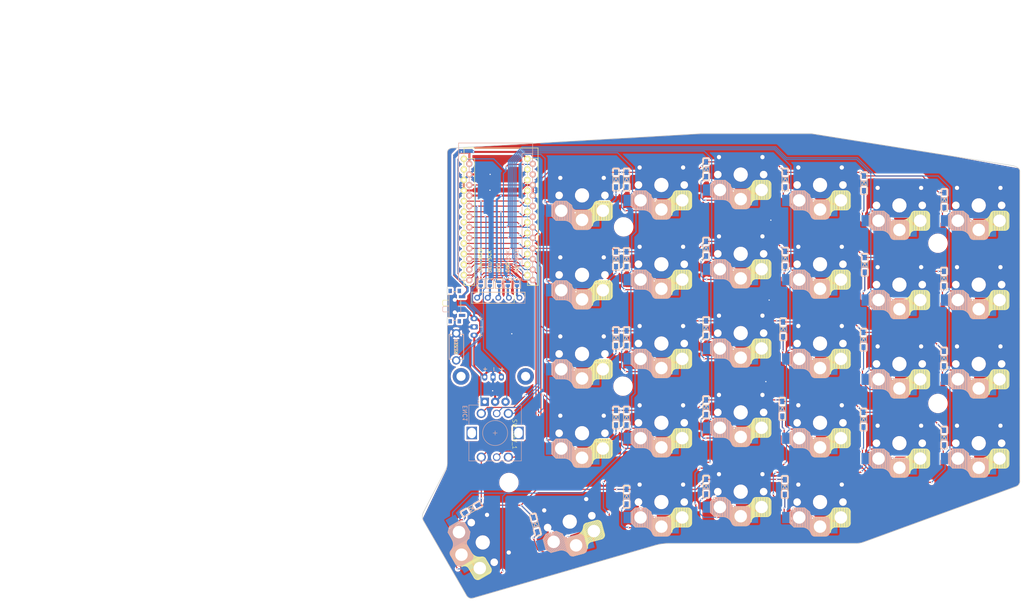
<source format=kicad_pcb>
(kicad_pcb (version 20241229) (generator "pcbnew") (generator_version "9.0")
  (layers (0 "F.Cu" signal) (2 "B.Cu" signal) (13 "F.Paste" user) (15 "B.Paste" user) (5 "F.SilkS" user "F.Silkscreen") (7 "B.SilkS" user "B.Silkscreen") (1 "F.Mask" user) (3 "B.Mask" user) (25 "Edge.Cuts" user))
  (net 0 "")
  (net 1 "VCC")
  (net 2 "col0")
  (net 3 "col1")
  (net 4 "col2")
  (net 5 "col3")
  (net 6 "col4")
  (net 7 "RESET")
  (net 8 "ENCB")
  (net 9 "ENCA")
  (net 10 "GND")
  (net 11 "row0")
  (net 12 "row1")
  (net 13 "row2")
  (net 14 "row3")
  (net 15 "row4")
  (net 16 "SCL")
  (net 17 "SDA")
  (net 18 "CS")
  (net 19 "col5")
  (net 20 "Net-(D1-A)")
  (net 21 "Net-(D2-A)")
  (net 22 "Net-(D3-A)")
  (net 23 "Net-(D4-A)")
  (net 24 "Net-(D5-A)")
  (net 25 "Net-(D6-A)")
  (net 26 "Net-(D7-A)")
  (net 27 "Net-(D8-A)")
  (net 28 "Net-(D9-A)")
  (net 29 "Net-(D10-A)")
  (net 30 "Net-(D11-A)")
  (net 31 "Net-(D12-A)")
  (net 32 "Net-(D13-A)")
  (net 33 "Net-(D14-A)")
  (net 34 "Net-(D15-A)")
  (net 35 "Net-(D16-A)")
  (net 36 "Net-(D17-A)")
  (net 37 "Net-(D18-A)")
  (net 38 "Net-(D19-A)")
  (net 39 "Net-(D20-A)")
  (net 40 "Net-(D21-A)")
  (net 41 "Net-(D22-A)")
  (net 42 "Net-(D23-A)")
  (net 43 "Net-(D24-A)")
  (net 44 "Net-(D26-A)")
  (net 45 "Net-(D27-A)")
  (net 46 "Net-(D28-A)")
  (net 47 "Net-(D29-A)")
  (net 48 "Net-(D30-A)")
  (net 49 "Net-(J3-Pin_3)")
  (net 50 "Net-(J3-Pin_4)")
  (net 51 "Net-(J3-Pin_1)")
  (net 52 "Net-(J3-Pin_2)")
  (net 53 "Net-(J3-Pin_5)")
  (net 54 "Net-(JST_BATT1-Pin_2)")
  (net 55 "Net-(SW_BATT+1-A)")
  (net 56 "col6")
  (footprint "VicoKeyboard:Choc_Hotswap_BiggerHSPads" (layer "F.Cu") (at 242.355573 18.496634 180)
    (property "Reference" "SW10" (hide yes))
    (property "Value" "SW_PUSH_LED" (hide yes))
  )
  (footprint "SofleChoc:crkbd-diode" (layer "F.Cu") (at 272.100573 21.976634 -90)
    (property "Reference" "D12" (hide yes))
    (property "Value" "D" (hide yes))
  )
  (footprint "SofleChoc:crkbd-diode" (layer "F.Cu") (at 193.360573 55.376634 -90)
    (property "Reference" "D19" (hide yes))
    (property "Value" "D" (hide yes))
  )
  (footprint "SofleKeyboard-footprint:HOLE_M2_TH" (layer "F.Cu") (at 167.655573 70.946634 90)
    (property "Reference" "TH7" (hide yes))
    (property "Value" "HOLE" (hide yes))
  )
  (footprint "SofleChoc:crkbd-diode" (layer "F.Cu") (at 195.900573 36.276634 -90)
    (property "Reference" "D14" (hide yes))
    (property "Value" "D" (hide yes))
  )
  (footprint "SofleChoc:crkbd-diode" (layer "F.Cu") (at 174.029573 81.107634 -75)
    (property "Reference" "D27" (hide yes))
    (property "Value" "D" (hide yes))
  )
  (footprint "SofleChoc:crkbd-diode" (layer "F.Cu") (at 193.360573 -1.826366 -90)
    (property "Reference" "D1" (hide yes))
    (property "Value" "D" (hide yes))
  )
  (footprint "SofleChoc:crkbd-diode" (layer "F.Cu") (at 158.662573 77.297634 -150)
    (property "Reference" "D26" (hide yes))
    (property "Value" "D" (hide yes))
  )
  (footprint "SofleChoc:crkbd-diode" (layer "F.Cu") (at 215.000573 71.966634 -90)
    (property "Reference" "D29" (hide yes))
    (property "Value" "D" (hide yes))
  )
  (footprint "SofleChoc:crkbd-diode" (layer "F.Cu") (at 195.900573 55.376634 -90)
    (property "Reference" "D20" (hide yes))
    (property "Value" "D" (hide yes))
  )
  (footprint "VicoKeyboard:NavSwitch_5Way" (layer "F.Cu") (at 168.51412 59.35264 -90)
    (property "Reference" "SW_NAV_1")
    (property "Value" "SW_NAV" (hide yes))
  )
  (footprint "SofleChoc:crkbd-diode" (layer "F.Cu") (at 272.100573 41.176634 -90)
    (property "Reference" "D18" (hide yes))
    (property "Value" "D" (hide yes))
  )
  (footprint "VicoKeyboard:Choc_Hotswap_BiggerHSPads" (layer "F.Cu") (at 280.455573 23.396634 180)
    (property "Reference" "SW12" (hide yes))
    (property "Value" "SW_PUSH_LED" (hide yes))
  )
  (footprint "SofleKeyboard-footprint:ProMicro" (layer "F.Cu") (at 165.655573 7.946634)
    (property "Reference" "U1" (hide yes))
    (property "Value" "ProMicro" (hide yes))
  )
  (footprint "SofleChoc:crkbd-diode" (layer "F.Cu") (at 252.794693 36.649274 -90)
    (property "Reference" "D17" (hide yes))
    (property "Value" "D" (hide yes))
  )
  (footprint "VicoKeyboard:Choc_Hotswap_BiggerHSPads" (layer "F.Cu") (at 204.255573 18.496634 180)
    (property "Reference" "SW8" (hide yes))
    (property "Value" "SW_PUSH_LED" (hide yes))
  )
  (footprint "VicoKeyboard:Choc_Hotswap_BiggerHSPads" (layer "F.Cu") (at 223.305573 54.096634 180)
    (property "Reference" "SW21" (hide yes))
    (property "Value" "SW_PUSH_LED" (hide yes))
  )
  (footprint "SofleChoc:crkbd-diode" (layer "F.Cu") (at 233.294693 53.249274 -90)
    (property "Reference" "D22" (hide yes))
    (property "Value" "D" (hide yes))
  )
  (footprint "SofleChoc:crkbd-diode" (layer "F.Cu") (at 234.000573 17.176634 -90)
    (property "Reference" "D10" (hide yes))
    (property "Value" "D" (hide yes))
  )
  (footprint "SofleChoc:crkbd-diode" (layer "F.Cu") (at 195.900573 74.376634 -90)
    (property "Reference" "D28" (hide yes))
    (property "Value" "D" (hide yes))
  )
  (footprint "SofleKeyboard-footprint:TACT_SWITCH_TVBP06" (layer "F.Cu") (at 154.994693 38.349274 -90)
    (property "Reference" "RSW1" (hide yes))
    (property "Value" "SW_RST" (hide yes))
  )
  (footprint "SofleChoc:crkbd-diode" (layer "F.Cu") (at 193.360573 17.276634 -90)
    (property "Reference" "D7" (hide yes))
    (property "Value" "D" (hide yes))
  )
  (footprint "SofleChoc:crkbd-diode" (layer "F.Cu") (at 215.000573 52.866634 -90)
    (property "Reference" "D21" (hide yes))
    (property "Value" "D" (hide yes))
  )
  (footprint "VicoKeyboard:Choc_Hotswap_BiggerHSPads" (layer "F.Cu") (at 223.305573 35.046634 180)
    (property "Reference" "SW15" (hide yes))
    (property "Value" "SW_PUSH_LED" (hide yes))
  )
  (footprint "VicoKeyboard:Choc_Hotswap_BiggerHSPads" (layer "F.Cu") (at 242.355573 -0.553366 180)
    (property "Reference" "SW4" (hide yes))
    (property "Value" "SW_PUSH_LED" (hide yes))
  )
  (footprint "SofleChoc:crkbd-diode" (layer "F.Cu") (at 215.000573 -4.323366 -90)
    (property "Reference" "D3" (hide yes))
    (property "Value" "D" (hide yes))
  )
  (footprint "VicoKeyboard:Choc_Hotswap_BiggerHSPads" (layer "F.Cu") (at 204.255573 -0.553366 180)
    (property "Reference" "SW2" (hide yes))
    (property "Value" "SW_PUSH_LED" (hide yes))
  )
  (footprint "SofleKeyboard-footprint:HOLE_M2_TH" (layer "F.Cu") (at 195.055693 47.874274)
    (property "Reference" "TH5" (hide yes))
    (property "Value" "HOLE" (hide yes))
  )
  (footprint "VicoKeyboard:Choc_Hotswap_BiggerHSPads" (layer "F.Cu") (at 182.255573 80.346634 -165)
    (property "Reference" "SW27" (hide yes))
    (property "Value" "SW_PUSH_LED" (hide yes))
  )
  (footprint "SofleChoc:crkbd-diode" (layer "F.Cu") (at 193.360573 36.276634 -90)
    (property "Reference" "D13" (hide yes))
    (property "Value" "D" (hide yes))
  )
  (footprint "SofleKeyboard-footprint:HOLE_M2_TH" (layer "F.Cu") (at 195.157693 9.595274)
    (property "Reference" "TH3" (hide yes))
    (property "Value" "HOLE" (hide yes))
  )
  (footprint "VicoKeyboard:Choc_Hotswap_BiggerHSPads" (layer "F.Cu") (at 261.405573 4.346634 180)
    (property "Reference" "SW5" (hide yes))
    (property "Value" "SW_PUSH_LED" (hide yes))
  )
  (footprint "VicoKeyboard:Choc_Hotswap_BiggerHSPads" (layer "F.Cu") (at 280.455573 42.446634 180)
    (property "Reference" "SW18" (hide yes))
    (property "Value" "SW_PUSH_LED" (hide yes))
  )
  (footprint "VicoKeyboard:Choc_Hotswap_BiggerHSPads" (layer "F.Cu") (at 261.405573 42.446634 180)
    (property "Reference" "SW17" (hide yes))
    (property "Value" "SW_PUSH_LED" (hide yes))
  )
  (footprint "VicoKeyboard:Choc_Hotswap_BiggerHSPads_Column1" (layer "F.Cu") (at 185.205573 21.046634 180)
    (property "Reference" "SW7" (hide yes))
    (property "Value" "SW_PUSH_LED" (hide yes))
  )
  (footprint "SofleChoc:crkbd-diode" (layer "F.Cu") (at 215.000573 33.866634 -90)
    (property "Reference" "D15" (hide yes))
    (property "Value" "D" (hide yes))
  )
  (footprint "SofleChoc:Jumper_small" (layer "F.Cu") (at 163.094693 23.149274 90)
    (property "Reference" "JP3" (hide yes))
    (property "Value" "Jumper_NO_Small" (hide yes))
  )
  (footprint "VicoKeyboard:Choc_Hotswap_BiggerHSPads" (layer "F.Cu") (at 280.455573 4.346634 180)
    (property "Reference" "SW6" (hide yes))
    (property "Value" "SW_PUSH_LED" (hide yes))
  )
  (footprint "SofleKeyboard-footprint:HOLE_M2_TH" (layer "F.Cu") (at 270.880573 13.721634)
    (property "Reference" "TH4" (hide yes))
    (property "Value" "HOLE" (hide yes))
  )
  (footprint "VicoKeyboard:Choc_Hotswap_BiggerHSPads" (layer "F.Cu") (at 223.305573 -3.053366 180)
    (property "Reference" "SW3" (hide yes))
    (property "Value" "SW_PUSH_LED" (hide yes))
  )
  (footprint "SofleChoc:Jumper_small" (layer "F.Cu") (at 160.884692 23.151534 90)
    (property "Reference" "JP4" (hide yes))
    (property "Value" "Jumper_NO_Small" (hide yes))
  )
  (footprint "VicoKeyboard:Choc_Hotswap_BiggerHSPads" (layer "F.Cu") (at 242.355573 37.546634 180)
    (property "Reference" "SW16" (hide yes))
    (property "Value" "SW_PUSH_LED" (hide yes))
  )
  (footprint "VicoKeyboard:Choc_Hotswap_BiggerHSPads" (layer "F.Cu") (at 261.405573 61.496634 180)
    (property "Reference" "SW23" (hide yes))
    (property "Value" "SW_PUSH_LED" (hide yes))
  )
  (footprint "VicoKeyboard:Choc_Hotswap_BiggerHSPads" (layer "F.Cu") (at 242.355573 75.646634 180)
    (property "Reference" "SW30" (hide yes))
    (property "Value" "SW_PUSH_LED" (hide yes))
  )
  (footprint "VicoKeyboard:Choc_Hotswap_BiggerHSPads" (layer "F.Cu") (at 204.255573 56.596634 180)
    (property "Reference" "SW20" (hide yes))
    (property "Value" "SW_PUSH_LED" (hide yes))
  )
  (footprint "SofleChoc:Jumper_small" (layer "F.Cu") (at 169.584692 23.149274 90)
    (property "Reference" "JP0" (hide yes))
    (property "Value" "Jumper_NO_Small" (hide yes))
  )
  (footprint "SofleChoc:JST_PH_S2B-PH-K_1x02_P2.00mm_DoubleSided" (layer "F.Cu") (at 163.83912 45.70264 180)
    (property "Reference" "JST_BATT1" (hide yes))
    (property "Value" "Conn_01x02" (hide yes))
  )
  (footprint "SofleChoc:crkbd-diode" (layer "F.Cu") (at 233.494693 34.149274 -90)
    (property "Reference" "D16" (hide yes))
    (property "Value" "D" (hide yes))
  )
  (footprint "VicoKeyboard:Choc_Hotswap_BiggerHSPads" (layer "F.Cu") (at 261.405573 23.396634 180)
    (property "Reference" "SW11" (hide yes))
    (property "Value" "SW_PUSH_LED" (hide yes))
  )
  (footprint "SofleKeyboard-footprint:M2_HOLE_PCB" (layer "F.Cu") (at 171.655573 45.446634)
    (property "Reference" "TH2" (hide yes))
    (property "Value" "HOLE")
  )
  (footprint "SofleKeyboard-footprint:M2_HOLE_PCB" (layer "F.Cu") (at 156.155573 45.446634)
    (property "Reference" "TH1" (hide yes))
    (property "Value" "HOLE")
  )
  (footprint "Button_Switch_SMD:SW_SPDT_PCM12" (layer "F.Cu") (at 154.969693 28.549274 -90)
    (property "Reference" "SW_BATT+1" (hide yes))
    (property "Value" "SW_SPST")
  )
  (footprint "SofleChoc:OLED_NICEVIEW_COMBO_HDR_5Pin" (layer "F.Cu") (at 165.104981 26.546634)
    (property "Reference" "J3" (hide yes))
    (property "Value" "OLED")
  )
  (footprint "VicoKeyboard:Choc_Hotswap_BiggerHSPads_Column1" (layer "F.Cu") (at 185.205573 59.096634 180)
    (property "Reference" "SW19" (hide yes))
    (property "Value" "SW_PUSH_LED" (hide yes))
  )
  (footprint "VicoKeyboard:Choc_Hotswap_BiggerHSPads" (layer "F.Cu") (at 280.455573 61.496634 180)
    (property "Reference" "SW24" (hide yes))
    (property "Value" "SW_PUSH_LED" (hide yes))
  )
  (footprint "SofleChoc:JST_PH_S2B-PH-K_1x02_P2.00mm_DoubleSided" (layer "F.Cu") (at 159.194693 33.549274 90)
    (property "Reference" "JST_BATT2" (hide yes))
    (property "Value" "Conn_01x02" (hide yes))
  )
  (footprint "VicoKeyboard:Choc_Hotswap_BiggerHSPads" (layer "F.Cu") (at 242.355573 56.596634 180)
    (property "Reference" "SW22" (hide yes))
    (property "Value" "SW_PUSH_LED" (hide yes))
  )
  (footprint "SofleChoc:crkbd-diode" (layer "F.Cu") (at 252.794693 55.849274 -90)
    (property "Reference" "D23" (hide yes))
    (property "Value" "D" (hide yes))
  )
  (footprint "VicoKeyboard:Choc_Hotswap_BiggerHSPads" (layer "F.Cu") (at 204.255573 37.546634 180)
    (property "Reference" "SW14" (hide yes))
    (property "Value" "SW_PUSH_LED" (hide yes))
  )
  (footprint "SofleChoc:crkbd-diode" (layer "F.Cu") (at 272.200573 3.076634 -90)
    (property "Reference" "D6" (hide yes))
    (property "Value" "D" (hide yes))
  )
  (footprint "SofleChoc:crkbd-diode" (layer "F.Cu") (at 195.900573 17.276634 -90)
    (property "Reference" "D8" (hide yes))
    (property "Value" "D" (hide yes))
  )
  (footprint "VicoKeyboard:Choc_Hotswap_BiggerHSPads" (layer "F.Cu") (at 161.365573 85.346634 120)
    (property "Reference" "SW26" (hide yes))
    (property "Value" "SW_PUSH_LED" (hide yes))
  )
  (footprint "VicoKeyboard:Choc_Hotswap_BiggerHSPads" (layer "F.Cu") (at 223.305573 73.146634 180)
    (property "Reference" "SW29" (hide yes))
    (property "Value" "SW_PUSH_LED" (hide yes))
  )
  (footprint "VicoKeyboard:Choc_Hotswap_BiggerHSPads_Column1" (layer "F.Cu") (at 185.205573 40.046634 180)
    (property "Reference" "SW13" (hide yes))
    (property "Value" "SW_PUSH_LED" (hide yes))
  )
  (footprint "VicoKeyboard:Choc_Hotswap_BiggerHSPads" (layer "F.Cu") (at 204.255573 75.646634 180)
    (property "Reference" "SW28" (hide yes))
    (property "Value" "SW_PUSH_LED" (hide yes))
  )
  (footprint "SofleChoc:crkbd-diode" (layer "F.Cu") (at 215.000573 14.766634 -90)
    (property "Reference" "D9" (hide yes))
    (property "Value" "D" (hide yes))
  )
  (footprint "SofleChoc:crkbd-diode" (layer "F.Cu") (at 252.894693 -0.950726 -90)
    (property "Reference" "D5" (hide yes))
    (property "Value" "D" (hide yes))
  )
  (footprint "SofleChoc:crkbd-diode" (layer "F.Cu") (at 233.894693 72.049274 -90)
    (property "Reference" "D30" (hide yes))
    (property "Value" "D" (hide yes))
  )
  (footprint "VicoKeyboard:Choc_Hotswap_BiggerHSPads" (layer "F.Cu") (at 223.305573 15.996634 180)
    (property "Reference" "SW9" (hide yes))
    (property "Value" "SW_PUSH_LED" (hide yes))
  )
  (footprint "SofleChoc:crkbd-diode" (layer "F.Cu") (at 272.150573 60.176634 -90)
    (property "Reference" "D24" (hide yes))
    (property "Value" "D" (hide yes))
  )
  (footprint "SofleChoc:crkbd-diode" (layer "F.Cu") (at 234.000573 -1.823366 -90)
    (property "Reference" "D4" (hide yes))
    (property "Value" "D" (hide yes))
  )
  (footprint "SofleKeyboard-footprint:HOLE_M2_TH" (layer "F.Cu") (at 270.830573 51.971634)
    (property "Reference" "TH6" (hide yes))
    (property "Value" "HOLE" (hide yes))
  )
  (footprint "SofleChoc:crkbd-diode" (layer "F.Cu") (at 195.900573 -1.823366 -90)
    (property "Reference" "D2" (hide yes))
    (property "Value" "D" (hide yes))
  )
  (footprint "SofleChoc:crkbd-diode" (layer "F.Cu") (at 253.094693 18.649274 -90)
    (property "Reference" "D11" (hide yes))
    (property "Value" "D" (hide yes))
  )
  (footprint "SofleChoc:Jumper_small" (layer "F.Cu") (at 165.294693 23.149274 90)
    (property "Reference" "JP2" (hide yes))
    (property "Value" "Jumper_NO_Small" (hide yes))
  )
  (footprint "VicoKeyboard:Choc_Hotswap_BiggerHSPads_Column1" (layer "F.Cu") (at 185.205573 1.946634 180)
    (property "Reference" "SW1" (hide yes))
    (property "Value" "SW_PUSH_LED" (hide yes))
  )
  (footprint "SofleChoc:Jumper_small" (layer "F.Cu") (at 167.394693 23.149274 90)
    (property "Reference" "JP1" (hide yes))
    (property "Value" "Jumper_NO_Small" (hide yes))
  )
  (footprint "Rotary_Encoder:RotaryEncoder_Alps_EC12E_Vertical_H20mm" (layer "B.Cu") (at 161.83912 51.55264 -90)
    (property "Reference" "ENC1")
    (property "Value" "RotaryEncoder")
  )
  (footprint "SofleChoc:Jumper_small" (layer "B.Cu") (at 165.294693 23.149274 90)
    (property "Reference" "JP7" (hide yes))
    (property "Value" "Jumper_NO_Small" (hide yes))
  )
  (footprint "Button_Switch_SMD:SW_SPDT_PCM12" (layer "B.Cu") (at 154.969693 28.549274 90)
    (property "Reference" "SW_BATT+2" (hide yes))
    (property "Value" "SW_SPST")
  )
  (footprint "SofleChoc:Jumper_small" (layer "B.Cu") (at 167.394693 23.149274 90)
    (property "Reference" "JP6" (hide yes))
    (property "Value" "Jumper_NO_Small" (hide yes))
  )
  (footprint "SofleChoc:Jumper_small" (layer "B.Cu") (at 169.584692 23.149274 90)
    (property "Reference" "JP5" (hide yes))
    (property "Value" "Jumper_NO_Small" (hide yes))
  )
  (footprint "SofleChoc:Jumper_small" (layer "B.Cu") (at 163.094693 23.149274 90)
    (property "Reference" "JP8" (hide yes))
    (property "Value" "Jumper_NO_Small" (hide yes))
  )
  (footprint "SofleChoc:Jumper_small" (layer "B.Cu") (at 160.884692 23.149274 90)
    (property "Reference" "JP9" (hide yes))
    (property "Value" "Jumper_NO_Small" (hide yes))
  )
  (gr_line (start 152.544668 67.678709) (end 147.133363 78.070818) (stroke (width 0.15)) (layer "Edge.Cuts"))
  (gr_line (start 213.747433 -12.89736) (end 154.034906 -9.438383) (stroke (width 0.15)) (layer "Edge.Cuts"))
  (gr_curve (pts (xy 289.429304 71.917063) (xy 290.339218 71.583746) (xy 290.33912 70.70264) (xy 290.33912 70.70264)) (stroke (width 0.15)) (layer "Edge.Cuts"))
  (gr_line (start 159.003492 98.751015) (end 202.900441 86.016831) (stroke (width 0.15)) (layer "Edge.Cuts"))
  (gr_line (start 252.72346 85.313033) (end 289.429304 71.917063) (stroke (width 0.15)) (layer "Edge.Cuts"))
  (gr_curve (pts (xy 290.33912 70.70264) (xy 290.33912 70.70264) (xy 290.33912 70.70264) (xy 290.33912 70.70264)) (stroke (width 0.15)) (layer "Edge.Cuts"))
  (gr_line (start 290.33912 70.70264) (end 290.33912 -3.89736) (stroke (width 0.15)) (layer "Edge.Cuts"))
  (gr_line (start 205.73912 85.599281) (end 251.13912 85.599281) (stroke (width 0.15)) (layer "Edge.Cuts"))
  (gr_curve (pts (xy 152.544668 67.678709) (xy 152.852385 67.087756) (xy 152.852313 66.30264) (xy 152.852313 66.30264)) (stroke (width 0.15)) (layer "Edge.Cuts"))
  (gr_line (start 152.845356 -8.39023) (end 152.852313 66.30264) (stroke (width 0.15)) (layer "Edge.Cuts"))
  (gr_curve (pts (xy 152.845356 -8.39023) (xy 152.845274 -9.397357) (xy 154.034906 -9.438383) (xy 154.034906 -9.438383)) (stroke (width 0.15)) (layer "Edge.Cuts"))
  (gr_line (start 147.123018 80.168295) (end 157.474011 98.116267) (stroke (width 0.15)) (layer "Edge.Cuts"))
  (gr_curve (pts (xy 251.13912 85.599281) (xy 251.939122 85.599281) (xy 252.72346 85.313033) (xy 252.72346 85.313033)) (stroke (width 0.15)) (layer "Edge.Cuts"))
  (gr_line (start 288.53912 -5.19736) (end 240.347433 -12.89736) (stroke (width 0.15)) (layer "Edge.Cuts"))
  (gr_line (start 240.347433 -12.89736) (end 213.747433 -12.89736) (stroke (width 0.15)) (layer "Edge.Cuts"))
  (gr_curve (pts (xy 202.900441 86.016831) (xy 204.339809 85.599281) (xy 205.73912 85.599281) (xy 205.73912 85.599281)) (stroke (width 0.15)) (layer "Edge.Cuts"))
  (gr_curve (pts (xy 147.123018 80.168295) (xy 146.554492 79.182507) (xy 147.133363 78.070818) (xy 147.133363 78.070818)) (stroke (width 0.15)) (layer "Edge.Cuts"))
  (gr_curve (pts (xy 159.003492 98.751015) (xy 158.006829 99.04014) (xy 157.474011 98.116267) (xy 157.474011 98.116267)) (stroke (width 0.15)) (layer "Edge.Cuts"))
  (gr_curve (pts (xy 290.33912 -3.89736) (xy 290.33912 -4.909759) (xy 288.53912 -5.19736) (xy 288.53912 -5.19736)) (stroke (width 0.15)) (layer "Edge.Cuts"))
  (gr_curve (pts (xy 205.73912 85.599281) (xy 205.73912 85.599281) (xy 205.73912 85.599281) (xy 205.73912 85.599281)) (stroke (width 0.15)) (layer "Edge.Cuts"))
  (gr_text "+" (at 160.836324 35.49915 0) (layer "F.SilkS") (effects (font (size 1 1))))
  (gr_text "+" (at 160.83912 31.44264 0) (layer "F.SilkS") (effects (font (size 1 1))))
  (gr_text "VCC" (at 165.23912 20.50264 90) (layer "F.SilkS") (effects (font (size 0.8 0.8)) (justify left)))
  (gr_text "SDA/MOSI" (at 160.829119 20.60264 90) (layer "F.SilkS") (effects (font (size 0.8 0.8)) (justify left)))
  (gr_text "GND" (at 167.33912 20.60264 90) (layer "F.SilkS") (effects (font (size 0.8 0.8)) (justify left)))
  (gr_text "SCL/SCK" (at 163.03912 20.60264 90) (layer "F.SilkS") (effects (font (size 0.8 0.8)) (justify left)))
  (gr_text "+" (at 165.93912 43.70264 90) (layer "F.SilkS") (effects (font (size 1 1))))
  (gr_text "-" (at 160.83912 33.50264 0) (layer "F.SilkS") (effects (font (size 1 1))))
  (gr_text "-" (at 163.94261 43.699844 90) (layer "F.SilkS") (effects (font (size 1 1))))
  (gr_text "CS" (at 169.53912 20.60264 90) (layer "F.SilkS") (effects (font (size 0.8 0.8)) (justify left)))
  (gr_text "+" (at 161.88261 43.699844 90) (layer "F.SilkS") (effects (font (size 1 1))))
  (gr_text "+" (at 161.88261 43.699844 90) (layer "B.SilkS") (effects (font (size 1 1))))
  (gr_text "-" (at 163.94261 43.699844 90) (layer "B.SilkS") (effects (font (size 1 1))))
  (gr_text "GND" (at 163.03912 18.10264 270) (layer "B.SilkS") (effects (font (size 0.8 0.8)) (justify right mirror)))
  (gr_text "-" (at 160.83912 33.50264 0) (layer "B.SilkS") (effects (font (size 1 1))))
  (gr_text "+" (at 160.83912 31.44264 0) (layer "B.SilkS") (effects (font (size 1 1))))
  (gr_text "+" (at 165.93912 43.70264 90) (layer "B.SilkS") (effects (font (size 1 1))))
  (gr_text "SCL/SCK" (at 167.33912 15.00264 270) (layer "B.SilkS") (effects (font (size 0.8 0.8)) (justify right mirror)))
  (gr_text "+" (at 160.83912 35.50264 0) (layer "B.SilkS") (effects (font (size 1 1))))
  (gr_text "VCC" (at 165.13912 18.10264 270) (layer "B.SilkS") (effects (font (size 0.8 0.8)) (justify right mirror)))
  (gr_text "CS" (at 160.73912 18.90264 270) (layer "B.SilkS") (effects (font (size 0.8 0.8)) (justify right mirror)))
  (gr_text "SDA/MOSI" (at 169.43912 14.50264 270) (layer "B.SilkS") (effects (font (size 0.8 0.8)) (justify right mirror)))
  (segment (start 158.134388 1.992379) (end 165.73912 1.992379) (width 0.5) (layer "F.Cu") (net 1))
  (segment (start 165.294693 22.699274) (end 164.735754 22.699274) (width 0.5) (layer "F.Cu") (net 1))
  (segment (start 165.73912 1.992379) (end 170.879828 1.992379) (width 0.5) (layer "F.Cu") (net 1))
  (segment (start 170.879828 1.992379) (end 172.075573 0.796634) (width 0.5) (layer "F.Cu") (net 1))
  (segment (start 164.735754 22.699274) (end 164.33912 22.30264) (width 0.5) (layer "F.Cu") (net 1))
  (via (at 164.33912 22.30264) (size 0.4) (drill 0.3) (layers "F.Cu" "B.Cu") (net 1))
  (via (at 165.73912 1.992379) (size 0.4) (drill 0.3) (layers "F.Cu" "B.Cu") (net 1))
  (segment (start 164.33912 22.30264) (end 164.73912 21.90264) (width 0.5) (layer "B.Cu") (net 1))
  (segment (start 165.291327 22.70264) (end 165.294693 22.699274) (width 0.5) (layer "B.Cu") (net 1))
  (segment (start 164.33912 22.30264) (end 164.73912 22.70264) (width 0.5) (layer "B.Cu") (net 1))
  (segment (start 164.73912 21.90264) (end 164.73912 2.992379) (width 0.5) (layer "B.Cu") (net 1))
  (segment (start 164.73912 22.70264) (end 165.291327 22.70264) (width 0.5) (layer "B.Cu") (net 1))
  (segment (start 164.73912 2.992379) (end 165.73912 1.992379) (width 0.5) (layer "B.Cu") (net 1))
  (segment (start 269.13912 70.90264) (end 252.13912 70.90264) (width 0.25) (layer "F.Cu") (net 2))
  (segment (start 278.53912 63.90264) (end 282.53912 63.90264) (width 0.25) (layer "F.Cu") (net 2))
  (segment (start 273.53912 62.90264) (end 277.53912 62.90264) (width 0.25) (layer "F.Cu") (net 2))
  (segment (start 273.53912 6.10264) (end 277.93912 6.10264) (width 0.25) (layer "F.Cu") (net 2))
  (segment (start 277.53912 62.90264) (end 278.53912 63.90264) (width 0.25) (layer "F.Cu") (net 2))
  (segment (start 278.654567 44.90264) (end 282.33912 44.90264) (width 0.25) (layer "F.Cu") (net 2))
  (segment (start 240.33912 78.10264) (end 244.539983 78.10264) (width 0.25) (layer "F.Cu") (net 2))
  (segment (start 283.13912 44.10264) (end 286.716579 44.10264) (width 0.25) (layer "F.Cu") (net 2))
  (segment (start 282.53912 63.90264) (end 283.33912 63.10264) (width 0.25) (layer "F.Cu") (net 2))
  (segment (start 282.33912 25.90264) (end 283.13912 25.10264) (width 0.25) (layer "F.Cu") (net 2))
  (segment (start 244.539983 78.10264) (end 245.175989 77.466634) (width 0.25) (layer "F.Cu") (net 2))
  (segment (start 273.53912 43.90264) (end 277.654567 43.90264) (width 0.25) (layer "F.Cu") (net 2))
  (segment (start 278.73912 6.90264) (end 282.33912 6.90264) (width 0.25) (layer "F.Cu") (net 2))
  (segment (start 277.654567 43.90264) (end 278.654567 44.90264) (width 0.25) (layer "F.Cu") (net 2))
  (segment (start 277.93912 6.10264) (end 278.73912 6.90264) (width 0.25) (layer "F.Cu") (net 2))
  (segment (start 273.33912 24.90264) (end 277.73912 24.90264) (width 0.25) (layer "F.Cu") (net 2))
  (segment (start 282.33912 6.90264) (end 283.075126 6.166634) (width 0.25) (layer "F.Cu") (net 2))
  (segment (start 283.13912 25.10264) (end 286.766579 25.10264) (width 0.25) (layer "F.Cu") (net 2))
  (segment (start 273.33912 43.70264) (end 273.53912 43.90264) (width 0.25) (layer "F.Cu") (net 2))
  (segment (start 286.716579 44.10264) (end 288.710573 46.096634) (width 0.25) (layer "F.Cu") (net 2))
  (segment (start 245.175989 77.466634) (end 248.780573 77.466634) (width 0.25) (layer "F.Cu") (net 2))
  (segment (start 282.33912 44.90264) (end 283.13912 44.10264) (width 0.25) (layer "F.Cu") (net 2))
  (segment (start 286.766579 25.10264) (end 288.710573 27.046634) (width 0.25) (layer "F.Cu") (net 2))
  (segment (start 250.610573 72.431187) (end 250.610573 79.296634) (width 0.25) (layer "F.Cu") (net 2))
  (segment (start 158.134388 9.612379) (end 167.029381 9.612379) (width 0.25) (layer "F.Cu") (net 2))
  (segment (start 278.73912 25.90264) (end 282.33912 25.90264) (width 0.25) (layer "F.Cu") (net 2))
  (segment (start 235.93912 77.30264) (end 239.53912 77.30264) (width 0.25) (layer "F.Cu") (net 2))
  (segment (start 283.075126 6.166634) (end 286.880573 6.166634) (width 0.25) (layer "F.Cu") (net 2))
  (segment (start 277.73912 24.90264) (end 278.73912 25.90264) (width 0.25) (layer "F.Cu") (net 2))
  (segment (start 283.33912 63.10264) (end 286.666579 63.10264) (width 0.25) (layer "F.Cu") (net 2))
  (segment (start 167.029381 9.612379) (end 167.13912 9.50264) (width 0.25) (layer "F.Cu") (net 2))
  (segment (start 248.780573 77.466634) (end 250.610573 79.296634) (width 0.25) (layer "F.Cu") (net 2))
  (segment (start 286.666579 63.10264) (end 288.710573 65.146634) (width 0.25) (layer "F.Cu") (net 2))
  (segment (start 170.989567 9.50264) (end 172.075573 8.416634) (width 0.25) (layer "F.Cu") (net 2))
  (segment (start 252.13912 70.90264) (end 250.610573 72.431187) (width 0.25) (layer "F.Cu") (net 2))
  (segment (start 286.880573 6.166634) (end 288.710573 7.996634) (width 0.25) (layer "F.Cu") (net 2))
  (segment (start 167.13912 9.50264) (end 170.989567 9.50264) (width 0.25) (layer "F.Cu") (net 2))
  (segment (start 239.53912 77.30264) (end 240.33912 78.10264) (width 0.25) (layer "F.Cu") (net 2))
  (via (at 235.93912 77.30264) (size 0.4) (drill 0.3) (layers "F.Cu" "B.Cu") (net 2))
  (via (at 167.13912 9.50264) (size 0.4) (drill 0.3) (layers "F.Cu" "B.Cu") (net 2))
  (via (at 273.53912 62.90264) (size 0.4) (drill 0.3) (layers "F.Cu" "B.Cu") (net 2))
  (via (at 273.33912 43.70264) (size 0.4) (drill 0.3) (layers "F.Cu" "B.Cu") (net 2))
  (via (at 269.13912 70.90264) (size 0.4) (drill 0.3) (layers "F.Cu" "B.Cu") (net 2))
  (via (at 273.33912 24.90264) (size 0.4) (drill 0.3) (layers "F.Cu" "B.Cu") (net 2))
  (via (at 273.53912 6.10264) (size 0.4) (drill 0.3) (layers "F.Cu" "B.Cu") (net 2))
  (segment (start 272.400573 27.106634) (end 272.400573 25.841187) (width 0.25) (layer "B.Cu") (net 2))
  (segment (start 167.51612 -6.403347) (end 170.833136 -9.72036) (width 0.25) (layer "B.Cu") (net 2))
  (segment (start 167.13912 9.50264) (end 167.51612 9.12564) (width 0.25) (layer "B.Cu") (net 2))
  (segment (start 255.73912 -2.69736) (end 270.73912 -2.69736) (width 0.25) (layer "B.Cu") (net 2))
  (segment (start 272.400573 27.106634) (end 273.33912 28.045181) (width 0.25) (layer "B.Cu") (net 2))
  (segment (start 231.71612 -9.72036) (end 234.33912 -7.09736) (width 0.25) (layer "B.Cu") (net 2))
  (segment (start 234.33912 -7.09736) (end 251.33912 -7.09736) (width 0.25) (layer "B.Cu") (net 2))
  (segment (start 234.300573 78.941187) (end 235.93912 77.30264) (width 0.25) (layer "B.Cu") (net 2))
  (segment (start 273.53912 6.10264) (end 272.400573 7.241187) (width 0.25) (layer "B.Cu") (net 2))
  (segment (start 272.400573 44.641187) (end 273.33912 43.70264) (width 0.25) (layer "B.Cu") (net 2))
  (segment (start 272.400573 46.156634) (end 273.53912 47.295181) (width 0.25) (layer "B.Cu") (net 2))
  (segment (start 272.400573 7.241187) (end 272.400573 8.056634) (width 0.25) (layer "B.Cu") (net 2))
  (segment (start 167.51612 9.12564) (end 167.51612 -6.403347) (width 0.25) (layer "B.Cu") (net 2))
  (segment (start 272.400573 8.056634) (end 273.33912 8.995181) (width 0.25) (layer "B.Cu") (net 2))
  (segment (start 272.400573 67.641187) (end 272.400573 65.206634) (width 0.25) (layer "B.Cu") (net 2))
  (segment (start 273.33912 28.045181) (end 273.33912 43.70264) (width 0.25) (layer "B.Cu") (net 2))
  (segment (start 272.400573 25.841187) (end 273.33912 24.90264) (width 0.25) (layer "B.Cu") (net 2))
  (segment (start 170.833136 -9.72036) (end 231.71612 -9.72036) (width 0.25) (layer "B.Cu") (net 2))
  (segment (start 272.400573 46.156634) (end 272.400573 44.641187) (width 0.25) (layer "B.Cu") (net 2))
  (segment (start 272.400573 64.041187) (end 273.53912 62.90264) (width 0.25) (layer "B.Cu") (net 2))
  (segment (start 273.53912 0.10264) (end 273.53912 6.10264) (width 0.25) (layer "B.Cu") (net 2))
  (segment (start 234.300573 79.356634) (end 234.300573 78.941187) (width 0.25) (layer "B.Cu") (net 2))
  (segment (start 273.33912 8.995181) (end 273.33912 24.90264) (width 0.25) (layer "B.Cu") (net 2))
  (segment (start 269.13912 70.90264) (end 272.400573 67.641187) (width 0.25) (layer "B.Cu") (net 2))
  (segment (start 273.53912 47.295181) (end 273.53912 62.90264) (width 0.25) (layer "B.Cu") (net 2))
  (segment (start 270.73912 -2.69736) (end 273.53912 0.10264) (width 0.25) (layer "B.Cu") (net 2))
  (segment (start 272.400573 65.206634) (end 272.400573 64.041187) (width 0.25) (layer "B.Cu") (net 2))
  (segment (start 251.33912 -7.09736) (end 255.73912 -2.69736) (width 0.25) (layer "B.Cu") (net 2))
  (segment (start 263.33912 26.10264) (end 264.225126 25.216634) (width 0.25) (layer "F.Cu") (net 3))
  (segment (start 254.33912 62.90264) (end 258.13912 62.90264) (width 0.25) (layer "F.Cu") (net 3))
  (segment (start 167.53912 12.152379) (end 170.879828 12.152379) (width 0.25) (layer "F.Cu") (net 3))
  (segment (start 225.764983 74.90264) (end 229.666579 74.90264) (width 0.25) (layer "F.Cu") (net 3))
  (segment (start 264.13912 5.90264) (end 267.566579 5.90264) (width 0.25) (layer "F.Cu") (net 3))
  (segment (start 267.616579 63.10264) (end 269.660573 65.146634) (width 0.25) (layer "F.Cu") (net 3))
  (segment (start 231.13912 74.10264) (end 231.560573 74.524093) (width 0.25) (layer "F.Cu") (net 3))
  (segment (start 259.33912 64.10264) (end 263.389983 64.10264) (width 0.25) (layer "F.Cu") (net 3))
  (segment (start 231.13912 73.70264) (end 231.13912 74.10264) (width 0.25) (layer "F.Cu") (net 3))
  (segment (start 254.53912 24.90264) (end 258.53912 24.90264) (width 0.25) (layer "F.Cu") (net 3))
  (segment (start 259.73912 26.10264) (end 263.33912 26.10264) (width 0.25) (layer "F.Cu") (net 3))
  (segment (start 220.629568 74.70264) (end 221.429568 75.50264) (width 0.25) (layer "F.Cu") (net 3))
  (segment (start 252.13912 68.50264) (end 231.73912 68.50264) (width 0.25) (layer "F.Cu") (net 3))
  (segment (start 229.666579 74.90264) (end 231.560573 76.796634) (width 0.25) (layer "F.Cu") (net 3))
  (segment (start 264.225126 25.216634) (end 267.830573 25.216634) (width 0.25) (layer "F.Cu") (net 3))
  (segment (start 263.389983 64.10264) (end 264.389983 63.10264) (width 0.25) (layer "F.Cu") (net 3))
  (segment (start 158.134388 12.152379) (end 167.53912 12.152379) (width 0.25) (layer "F.Cu") (net 3))
  (segment (start 263.33912 6.70264) (end 264.13912 5.90264) (width 0.25) (layer "F.Cu") (net 3))
  (segment (start 259.53912 6.70264) (end 263.33912 6.70264) (width 0.25) (layer "F.Cu") (net 3))
  (segment (start 216.93912 74.70264) (end 220.629568 74.70264) (width 0.25) (layer "F.Cu") (net 3))
  (segment (start 254.13912 43.90264) (end 258.33912 43.90264) (width 0.25) (layer "F.Cu") (net 3))
  (segment (start 267.666579 44.10264) (end 269.660573 46.096634) (width 0.25) (layer "F.Cu") (net 3))
  (segment (start 263.53912 44.90264) (end 264.33912 44.10264) (width 0.25) (layer "F.Cu") (net 3))
  (segment (start 225.164983 75.50264) (end 225.764983 74.90264) (width 0.25) (layer "F.Cu") (net 3))
  (segment (start 259.33912 44.90264) (end 263.53912 44.90264) (width 0.25) (layer "F.Cu") (net 3))
  (segment (start 258.33912 43.90264) (end 259.33912 44.90264) (width 0.25) (layer "F.Cu") (net 3))
  (segment (start 264.389983 63.10264) (end 267.616579 63.10264) (width 0.25) (layer "F.Cu") (net 3))
  (segment (start 254.53912 5.70264) (end 258.53912 5.70264) (width 0.25) (layer "F.Cu") (net 3))
  (segment (start 258.13912 62.90264) (end 259.33912 64.10264) (width 0.25) (layer "F.Cu") (net 3))
  (segment (start 221.429568 75.50264) (end 225.164983 75.50264) (width 0.25) (layer "F.Cu") (net 3))
  (segment (start 264.33912 44.10264) (end 267.666579 44.10264) (width 0.25) (layer "F.Cu") (net 3))
  (segment (start 267.830573 25.216634) (end 269.660573 27.046634) (width 0.25) (layer "F.Cu") (net 3))
  (segment (start 258.53912 5.70264) (end 259.53912 6.70264) (width 0.25) (layer "F.Cu") (net 3))
  (segment (start 258.53912 24.90264) (end 259.73912 26.10264) (width 0.25) (layer "F.Cu") (net 3))
  (segment (start 231.560573 74.524093) (end 231.560573 76.796634) (width 0.25) (layer "F.Cu") (net 3))
  (segment (start 170.879828 12.152379) (end 172.075573 10.956634) (width 0.25) (layer "F.Cu") (net 3))
  (segment (start 252.33912 68.30264) (end 252.13912 68.50264) (width 0.25) (layer "F.Cu") (net 3))
  (segment (start 267.566579 5.90264) (end 269.660573 7.996634) (width 0.25) (layer "F.Cu") (net 3))
  (via (at 167.53912 12.152379) (size 0.4) (drill 0.3) (layers "F.Cu" "B.Cu") (net 3))
  (via (at 231.73912 68.50264) (size 0.4) (drill 0.3) (layers "F.Cu" "B.Cu") (net 3))
  (via (at 254.53912 5.70264) (size 0.4) (drill 0.3) (layers "F.Cu" "B.Cu") (net 3))
  (via (at 231.13912 73.70264) (size 0.4) (drill 0.3) (layers "F.Cu" "B.Cu") (net 3))
  (via (at 216.93912 74.70264) (size 0.4) (drill 0.3) (layers "F.Cu" "B.Cu") (net 3))
  (via (at 254.53912 24.90264) (size 0.4) (drill 0.3) (layers "F.Cu" "B.Cu") (net 3))
  (via (at 254.33912 62.90264) (size 0.4) (drill 0.3) (layers "F.Cu" "B.Cu") (net 3))
  (via (at 252.33912 68.30264) (size 0.4) (drill 0.3) (layers "F.Cu" "B.Cu") (net 3))
  (via (at 254.13912 43.90264) (size 0.4) (drill 0.3) (layers "F.Cu" "B.Cu") (net 3))
  (segment (start 231.73912 68.50264) (end 231.13912 69.10264) (width 0.25) (layer "B.Cu") (net 3))
  (segment (start 234.221366 -6.69736) (end 251.13912 -6.69736) (width 0.25) (layer "B.Cu") (net 3))
  (segment (start 253.350573 44.691187) (end 253.350573 46.156634) (width 0.25) (layer "B.Cu") (net 3))
  (segment (start 254.33912 47.145181) (end 254.33912 62.90264) (width 0.25) (layer "B.Cu") (net 3))
  (segment (start 254.53912 -3.29736) (end 254.53912 5.70264) (width 0.25) (layer "B.Cu") (net 3))
  (segment (start 253.350573 65.206634) (end 253.350573 63.891187) (width 0.25) (layer "B.Cu") (net 3))
  (segment (start 253.350573 65.206634) (end 253.350573 67.291187) (width 0.25) (layer "B.Cu") (net 3))
  (segment (start 231.13912 69.10264) (end 231.13912 73.70264) (width 0.25) (layer "B.Cu") (net 3))
  (segment (start 254.53912 9.245181) (end 254.53912 24.90264) (width 0.25) (layer "B.Cu") (net 3))
  (segment (start 231.539366 -9.37936) (end 234.221366 -6.69736) (width 0.25) (layer "B.Cu") (net 3))
  (segment (start 254.13912 43.90264) (end 253.350573 44.691187) (width 0.25) (layer "B.Cu") (net 3))
  (segment (start 254.13912 43.90264) (end 254.13912 27.895181) (width 0.25) (layer "B.Cu") (net 3))
  (segment (start 253.350573 67.291187) (end 252.33912 68.30264) (width 0.25) (layer "B.Cu") (net 3))
  (segment (start 254.53912 5.70264) (end 253.350573 6.891187) (width 0.25) (layer "B.Cu") (net 3))
  (segment (start 167.53912 12.152379) (end 167.85712 11.834379) (width 0.25) (layer "B.Cu") (net 3))
  (segment (start 215.250573 76.856634) (end 215.250573 76.391187) (width 0.25) (layer "B.Cu") (net 3))
  (segment (start 253.350573 46.156634) (end 254.33912 47.145181) (width 0.25) (layer "B.Cu") (net 3))
  (segment (start 215.250573 76.391187) (end 216.93912 74.70264) (width 0.25) (layer "B.Cu") (net 3))
  (segment (start 167.85712 11.834379) (end 167.85712 -6.2621) (width 0.25) (layer "B.Cu") (net 3))
  (segment (start 253.350573 26.091187) (end 254.53912 24.90264) (width 0.25) (layer "B.Cu") (net 3))
  (segment (start 253.350573 8.056634) (end 254.53912 9.245181) (width 0.25) (layer "B.Cu") (net 3))
  (segment (start 253.350573 6.891187) (end 253.350573 8.056634) (width 0.25) (layer "B.Cu") (net 3))
  (segment (start 254.13912 27.895181) (end 253.350573 27.106634) (width 0.25) (layer "B.Cu") (net 3))
  (segment (start 253.350573 63.891187) (end 254.33912 62.90264) (width 0.25) (layer "B.Cu") (net 3))
  (segment (start 167.85712 -6.2621) (end 170.974382 -9.37936) (width 0.25) (layer "B.Cu") (net 3))
  (segment (start 251.13912 -6.69736) (end 254.53912 -3.29736) (width 0.25) (layer "B.Cu") (net 3))
  (segment (start 170.974382 -9.37936) (end 231.539366 -9.37936) (width 0.25) (layer "B.Cu") (net 3))
  (segment (start 253.350573 27.106634) (end 253.350573 26.091187) (width 0.25) (layer "B.Cu") (net 3))
  (segment (start 244.13912 1.90264) (end 244.93912 1.10264) (width 0.25) (layer "F.Cu") (net 4))
  (segment (start 235.33912 19.90264) (end 239.079567 19.90264) (width 0.25) (layer "F.Cu") (net 4))
  (segment (start 248.780573 39.366634) (end 250.610573 41.196634) (width 0.25) (layer "F.Cu") (net 4))
  (segment (start 238.93912 58.10264) (end 239.93912 59.10264) (width 0.25) (layer "F.Cu") (net 4))
  (segment (start 244.53912 59.10264) (end 245.33912 58.30264) (width 0.25) (layer "F.Cu") (net 4))
  (segment (start 206.53912 77.466634) (end 210.680573 77.466634) (width 0.25) (layer "F.Cu") (net 4))
  (segment (start 212.33912 76.10264) (end 212.510573 76.274093) (width 0.25) (layer "F.Cu") (net 4))
  (segment (start 244.93912 1.10264) (end 248.616579 1.10264) (width 0.25) (layer "F.Cu") (net 4))
  (segment (start 245.125989 39.366634) (end 248.780573 39.366634) (width 0.25) (layer "F.Cu") (net 4))
  (segment (start 244.73912 20.90264) (end 245.325126 20.316634) (width 0.25) (layer "F.Cu") (net 4))
  (segment (start 232.73912 67.50264) (end 233.93912 66.30264) (width 0.25) (layer "F.Cu") (net 4))
  (segment (start 235.33912 1.10264) (end 239.504567 1.10264) (width 0.25) (layer "F.Cu") (net 4))
  (segment (start 248.616579 1.10264) (end 250.610573 3.096634) (width 0.25) (layer "F.Cu") (net 4))
  (segment (start 167.93912 14.692379) (end 170.879828 14.692379) (width 0.25) (layer "F.Cu") (net 4))
  (segment (start 201.854567 77.30264) (end 202.654567 78.10264) (width 0.25) (layer "F.Cu") (net 4))
  (segment (start 210.680573 77.466634) (end 212.510573 79.296634) (width 0.25) (layer "F.Cu") (net 4))
  (segment (start 248.780573 20.316634) (end 250.610573 22.146634) (width 0.25) (layer "F.Cu") (net 4))
  (segment (start 158.134388 14.692379) (end 167.93912 14.692379) (width 0.25) (layer "F.Cu") (net 4))
  (segment (start 199.33912 77.30264) (end 201.854567 77.30264) (width 0.25) (layer "F.Cu") (net 4))
  (segment (start 239.079567 19.90264) (end 240.079567 20.90264) (width 0.25) (layer "F.Cu") (net 4))
  (segment (start 235.13912 38.90264) (end 238.93912 38.90264) (width 0.25) (layer "F.Cu") (net 4))
  (segment (start 212.510573 76.274093) (end 212.510573 79.296634) (width 0.25) (layer "F.Cu") (net 4))
  (segment (start 240.13912 40.10264) (end 244.389983 40.10264) (width 0.25) (layer "F.Cu") (net 4))
  (segment (start 238.93912 38.90264) (end 240.13912 40.10264) (width 0.25) (layer "F.Cu") (net 4))
  (segment (start 170.879828 14.692379) (end 172.075573 13.496634) (width 0.25) (layer "F.Cu") (net 4))
  (segment (start 202.654567 78.10264) (end 205.903114 78.10264) (width 0.25) (layer "F.Cu") (net 4))
  (segment (start 239.504567 1.10264) (end 240.304567 1.90264) (width 0.25) (layer "F.Cu") (net 4))
  (segment (start 245.33912 58.30264) (end 248.666579 58.30264) (width 0.25) (layer "F.Cu") (net 4))
  (segment (start 248.666579 58.30264) (end 250.610573 60.246634) (width 0.25) (layer "F.Cu") (net 4))
  (segment (start 213.53912 67.50264) (end 232.73912 67.50264) (width 0.25) (layer "F.Cu") (net 4))
  (segment (start 205.903114 78.10264) (end 206.53912 77.466634) (width 0.25) (layer "F.Cu") (net 4))
  (segment (start 235.13912 58.10264) (end 238.93912 58.10264) (width 0.25) (layer "F.Cu") (net 4))
  (segment (start 245.325126 20.316634) (end 248.780573 20.316634) (width 0.25) (layer "F.Cu") (net 4))
  (segment (start 240.079567 20.90264) (end 244.73912 20.90264) (width 0.25) (layer "F.Cu") (net 4))
  (segment (start 244.389983 40.10264) (end 245.125989 39.366634) (width 0.25) (layer "F.Cu") (net 4))
  (segment (start 240.304567 1.90264) (end 244.13912 1.90264) (width 0.25) (layer "F.Cu") (net 4))
  (segment (start 239.93912 59.10264) (end 244.53912 59.10264) (width 0.25) (layer "F.Cu") (net 4))
  (via (at 233.93912 66.30264) (size 0.4) (drill 0.3) (layers "F.Cu" "B.Cu") (net 4))
  (via (at 167.93912 14.692379) (size 0.4) (drill 0.3) (layers "F.Cu" "B.Cu") (net 4))
  (via (at 235.33912 19.90264) (size 0.4) (drill 0.3) (layers "F.Cu" "B.Cu") (net 4))
  (via (at 235.33912 1.10264) (size 0.4) (drill 0.3) (layers "F.Cu" "B.Cu") (net 4))
  (via (at 235.13912 58.10264) (size 0.4) (drill 0.3) (layers "F.Cu" "B.Cu") (net 4))
  (via (at 213.53912 67.50264) (size 0.4) (drill 0.3) (layers "F.Cu" "B.Cu") (net 4))
  (via (at 235.13912 38.90264) (size 0.4) (drill 0.3) (layers "F.Cu" "B.Cu") (net 4))
  (via (at 212.33912 76.10264) (size 0.4) (drill 0.3) (layers "F.Cu" "B.Cu") (net 4))
  (via (at 199.33912 77.30264) (size 0.4) (drill 0.3) (layers "F.Cu" "B.Cu") (net 4))
  (segment (start 235.33912 4.195181) (end 235.33912 19.90264) (width 0.25) (layer "B.Cu") (net 4))
  (segment (start 212.33912 68.70264) (end 212.33912 76.10264) (width 0.25) (layer "B.Cu") (net 4))
  (segment (start 234.300573 65.941187) (end 233.93912 66.30264) (width 0.25) (layer "B.Cu") (net 4))
  (segment (start 234.300573 22.206634) (end 234.300573 20.941187) (width 0.25) (layer "B.Cu") (net 4))
  (segment (start 235.33912 1.10264) (end 234.300573 2.141187) (width 0.25) (layer "B.Cu") (net 4))
  (segment (start 167.93912 14.692379) (end 168.19812 14.433379) (width 0.25) (layer "B.Cu") (net 4))
  (segment (start 234.300573 20.941187) (end 235.33912 19.90264) (width 0.25) (layer "B.Cu") (net 4))
  (segment (start 234.300573 60.306634) (end 234.300573 58.941187) (width 0.25) (layer "B.Cu") (net 4))
  (segment (start 234.300573 22.206634) (end 235.13912 23.045181) (width 0.25) (layer "B.Cu") (net 4))
  (segment (start 234.300573 57.264093) (end 235.13912 58.10264) (width 0.25) (layer "B.Cu") (net 4))
  (segment (start 171.115628 -9.03836) (end 231.39812 -9.03836) (width 0.25) (layer "B.Cu") (net 4))
  (segment (start 198.254567 77.30264) (end 199.33912 77.30264) (width 0.25) (layer "B.Cu") (net 4))
  (segment (start 168.19812 -6.120853) (end 171.115628 -9.03836) (width 0.25) (layer "B.Cu") (net 4))
  (segment (start 234.300573 39.741187) (end 235.13912 38.90264) (width 0.25) (layer "B.Cu") (net 4))
  (segment (start 213.53912 67.50264) (end 212.33912 68.70264) (width 0.25) (layer "B.Cu") (net 4))
  (segment (start 235.33912 -5.09736) (end 235.33912 1.10264) (width 0.25) (layer "B.Cu") (net 4))
  (segment (start 234.300573 3.156634) (end 235.33912 4.195181) (width 0.25) (layer "B.Cu") (net 4))
  (segment (start 234.300573 41.256634) (end 234.300573 57.264093) (width 0.25) (layer "B.Cu") (net 4))
  (segment (start 168.19812 14.433379) (end 168.19812 -6.120853) (width 0.25) (layer "B.Cu") (net 4))
  (segment (start 231.39812 -9.03836) (end 235.33912 -5.09736) (width 0.25) (layer "B.Cu") (net 4))
  (segment (start 234.300573 58.941187) (end 235.13912 58.10264) (width 0.25) (layer "B.Cu") (net 4))
  (segment (start 196.200573 79.356634) (end 198.254567 77.30264) (width 0.25) (layer "B.Cu") (net 4))
  (segment (start 234.300573 2.141187) (end 234.300573 3.156634) (width 0.25) (layer "B.Cu") (net 4))
  (segment (start 234.300573 41.256634) (end 234.300573 39.741187) (width 0.25) (layer "B.Cu") (net 4))
  (segment (start 235.13912 23.045181) (end 235.13912 38.90264) (width 0.25) (layer "B.Cu") (net 4))
  (segment (start 234.300573 60.306634) (end 234.300573 65.941187) (width 0.25) (layer "B.Cu") (net 4))
  (segment (start 221.404568 18.30264) (end 225.33912 18.30264) (width 0.25) (layer "F.Cu") (net 5))
  (segment (start 221.33912 -0.49736) (end 225.33912 -0.49736) (width 0.25) (layer "F.Cu") (net 5))
  (segment (start 191.73912 78.50264) (end 191.73912 81.170572) (width 0.25) (layer "F.Cu") (net 5))
  (segment (start 220.404568 17.30264) (end 221.404568 18.30264) (width 0.25) (layer "F.Cu") (net 5))
  (segment (start 195.13912 66.10264) (end 190.33912 70.90264) (width 0.25) (layer "F.Cu") (net 5))
  (segment (start 188.93912 80.10264) (end 191.17398 81.735712) (width 0.25) (layer "F.Cu") (net 5))
  (segment (start 229.516579 55.70264) (end 231.560573 57.746634) (width 0.25) (layer "F.Cu") (net 5))
  (segment (start 168.33912 17.232379) (end 170.879828 17.232379) (width 0.25) (layer "F.Cu") (net 5))
  (segment (start 220.53912 -1.29736) (end 221.33912 -0.49736) (width 0.25) (layer "F.Cu") (net 5))
  (segment (start 181.33912 83.30264) (end 184.93912 82.10264) (width 0.25) (layer "F.Cu") (net 5))
  (segment (start 221.33912 37.50264) (end 225.13912 37.50264) (width 0.25) (layer "F.Cu") (net 5))
  (segment (start 225.93912 17.70264) (end 229.616579 17.70264) (width 0.25) (layer "F.Cu") (net 5))
  (segment (start 229.616579 17.70264) (end 231.560573 19.646634) (width 0.25) (layer "F.Cu") (net 5))
  (segment (start 177.872454 83.035974) (end 179.73912 82.70264) (width 0.25) (layer "F.Cu") (net 5))
  (segment (start 191.53912 78.30264) (end 191.73912 78.50264) (width 0.25) (layer "F.Cu") (net 5))
  (segment (start 225.33912 -0.49736) (end 226.075126 -1.233366) (width 0.25) (layer "F.Cu") (net 5))
  (segment (start 221.13912 56.50264) (end 225.33912 56.50264) (width 0.25) (layer "F.Cu") (net 5))
  (segment (start 226.13912 55.70264) (end 229.516579 55.70264) (width 0.25) (layer "F.Cu") (net 5))
  (segment (start 216.13912 36.30264) (end 216.206468 36.369988) (width 0.25) (layer "F.Cu") (net 5))
  (segment (start 184.93912 82.10264) (end 185.53912 81.10264) (width 0.25) (layer "F.Cu") (net 5))
  (segment (start 185.53912 81.10264) (end 188.93912 80.10264) (width 0.25) (layer "F.Cu") (net 5))
  (segment (start 216.206468 36.369988) (end 220.206468 36.369988) (width 0.25) (layer "F.Cu") (net 5))
  (segment (start 225.93912 36.70264) (end 229.566579 36.70264) (width 0.25) (layer "F.Cu") (net 5))
  (segment (start 216.33912 17.30264) (end 220.404568 17.30264) (width 0.25) (layer "F.Cu") (net 5))
  (segment (start 191.73912 81.170572) (end 191.17398 81.735712) (width 0.25) (layer "F.Cu") (net 5))
  (segment (start 215.93912 66.10264) (end 195.13912 66.10264) (width 0.25) (layer "F.Cu") (net 5))
  (segment (start 229.566579 36.70264) (end 231.560573 38.696634) (width 0.25) (layer "F.Cu") (net 5))
  (segment (start 226.075126 -1.233366) (end 229.730573 -1.233366) (width 0.25) (layer "F.Cu") (net 5))
  (segment (start 216.33912 55.50264) (end 220.13912 55.50264) (width 0.25) (layer "F.Cu") (net 5))
  (segment (start 225.33912 56.50264) (end 226.13912 55.70264) (width 0.25) (layer "F.Cu") (net 5))
  (segment (start 225.13912 37.50264) (end 225.93912 36.70264) (width 0.25) (layer "F.Cu") (net 5))
  (segment (start 170.879828 17.232379) (end 172.075573 16.036634) (width 0.25) (layer "F.Cu") (net 5))
  (segment (start 220.13912 55.50264) (end 221.13912 56.50264) (width 0.25) (layer "F.Cu") (net 5))
  (segment (start 229.730573 -1.233366) (end 231.560573 0.596634) (width 0.25) (layer "F.Cu") (net 5))
  (segment (start 216.33912 -1.29736) (end 220.53912 -1.29736) (width 0.25) (layer "F.Cu") (net 5))
  (segment (start 158.134388 17.232379) (end 168.33912 17.232379) (width 0.25) (layer "F.Cu") (net 5))
  (segment (start 220.206468 36.369988) (end 221.33912 37.50264) (width 0.25) (layer "F.Cu") (net 5))
  (segment (start 179.73912 82.70264) (end 181.33912 83.30264) (width 0.25) (layer "F.Cu") (net 5))
  (segment (start 225.33912 18.30264) (end 225.93912 17.70264) (width 0.25) (layer "F.Cu") (net 5))
  (via (at 177.872454 83.035974) (size 0.4) (drill 0.3) (layers "F.Cu" "B.Cu") (net 5))
  (via (at 216.13912 36.30264) (size 0.4) (drill 0.3) (layers "F.Cu" "B.Cu") (net 5))
  (via (at 215.93912 66.10264) (size 0.4) (drill 0.3) (layers "F.Cu" "B.Cu") (net 5))
  (via (at 216.33912 17.30264) (size 0.4) (drill 0.3) (layers "F.Cu" "B.Cu") (net 5))
  (via (at 216.33912 55.50264) (size 0.4) (drill 0.3) (layers "F.Cu" "B.Cu") (net 5))
  (via (at 168.33912 17.232379) (size 0.4) (drill 0.3) (layers "F.Cu" "B.Cu") (net 5))
  (via (at 190.33912 70.90264) (size 0.4) (drill 0.3) (layers "F.Cu" "B.Cu") (net 5))
  (via (at 191.53912 78.30264) (size 0.4) (drill 0.3) (layers "F.Cu" "B.Cu") (net 5))
  (via (at 216.33912 -1.29736) (size 0.4) (drill 0.3) (layers "F.Cu" "B.Cu") (net 5))
  (segment (start 215.93912 66.10264) (end 215.93912 58.495181) (width 0.25) (layer "B.Cu") (net 5))
  (segment (start 190.33912 77.10264) (end 191.53912 78.30264) (width 0.25) (layer "B.Cu") (net 5))
  (segment (start 216.33912 -1.29736) (end 215.53912 -0.49736) (width 0.25) (layer "B.Cu") (net 5))
  (segment (start 214.53912 -8.69736) (end 216.33912 -6.89736) (width 0.25) (layer "B.Cu") (net 5))
  (segment (start 215.53912 0.368087) (end 215.250573 0.656634) (width 0.25) (layer "B.Cu") (net 5))
  (segment (start 215.250573 37.191187) (end 215.250573 38.756634) (width 0.25) (layer "B.Cu") (net 5))
  (segment (start 168.53912 -5.979606) (end 171.256874 -8.69736) (width 0.25) (layer "B.Cu") (net 5))
  (segment (start 168.33912 17.232379) (end 168.468859 17.10264) (width 0.25) (layer "B.Cu") (net 5))
  (segment (start 216.33912 39.845181) (end 215.250573 38.756634) (width 0.25) (layer "B.Cu") (net 5))
  (segment (start 168.468859 17.10264) (end 168.53912 17.10264) (width 0.25) (layer "B.Cu") (net 5))
  (segment (start 216.33912 1.745181) (end 216.33912 17.30264) (width 0.25) (layer "B.Cu") (net 5))
  (segment (start 215.93912 58.495181) (end 215.250573 57.806634) (width 0.25) (layer "B.Cu") (net 5))
  (segment (start 168.53912 17.10264) (end 168.53912 -5.979606) (width 0.25) (layer "B.Cu") (net 5))
  (segment (start 216.33912 55.50264) (end 215.250573 56.591187) (width 0.25) (layer "B.Cu") (net 5))
  (segment (start 215.250573 56.591187) (end 215.250573 57.806634) (width 0.25) (layer "B.Cu") (net 5))
  (segment (start 216.13912 36.30264) (end 215.250573 37.191187) (width 0.25) (layer "B.Cu") (net 5))
  (segment (start 216.13912 20.595181) (end 216.13912 36.30264) (width 0.25) (layer "B.Cu") (net 5))
  (segment (start 215.53912 -0.49736) (end 215.53912 0.368087) (width 0.25) (layer "B.Cu") (net 5))
  (segment (start 216.33912 55.50264) (end 216.33912 39.845181) (width 0.25) (layer "B.Cu") (net 5))
  (segment (start 215.250573 18.391187) (end 215.250573 19.706634) (width 0.25) (layer "B.Cu") (net 5))
  (segment (start 177.33912 83.30264) (end 175.435259 85.006501) (width 0.25) (layer "B.Cu") (net 5))
  (segment (start 171.256874 -8.69736) (end 214.53912 -8.69736) (width 0.25) (layer "B.Cu") (net 5))
  (segment (start 190.33912 70.90264) (end 190.33912 77.10264) (width 0.25) (layer "B.Cu") (net 5))
  (segment (start 216.33912 -6.89736) (end 216.33912 -1.29736) (width 0.25) (layer "B.Cu") (net 5))
  (segment (start 175.435259 85.006501) (end 175.435259 86.015006) (width 0.25) (layer "B.Cu") (net 5))
  (segment (start 215.250573 19.706634) (end 216.13912 20.595181) (width 0.25) (layer "B.Cu") (net 5))
  (segment (start 215.250573 0.656634) (end 216.33912 1.745181) (width 0.25) (layer "B.Cu") (net 5))
  (segment (start 177.872454 83.035974) (end 177.33912 83.30264) (width 0.25) (layer "B.Cu") (net 5))
  (segment (start 216.33912 17.30264) (end 215.250573 18.391187) (width 0.25) (layer "B.Cu") (net 5))
  (segment (start 201.33912 20.10264) (end 197.13912 20.10264) (width 0.25) (layer "F.Cu") (net 6))
  (segment (start 196.93912 39.10264) (end 201.33912 39.10264) (width 0.25) (layer "F.Cu") (net 6))
  (segment (start 202.33912 1.70264) (end 206.189623 1.70264) (width 0.25) (layer "F.Cu") (net 6))
  (segment (start 210.366579 58.10264) (end 212.510573 60.246634) (width 0.25) (layer "F.Cu") (net 6))
  (segment (start 210.266579 19.90264) (end 212.510573 22.146634) (width 0.25) (layer "F.Cu") (net 6))
  (segment (start 210.616579 39.30264) (end 212.510573 41.196634) (width 0.25) (layer "F.Cu") (net 6))
  (segment (start 168.73912 18.40264) (end 168.78912 18.40264) (width 0.25) (layer "F.Cu") (net 6))
  (segment (start 207.03912 39.30264) (end 210.616579 39.30264) (width 0.25) (layer "F.Cu") (net 6))
  (segment (start 210.516579 1.10264) (end 212.510573 3.096634) (width 0.25) (layer "F.Cu") (net 6))
  (segment (start 171.790567 18.86164) (end 172.075573 18.576634) (width 0.25) (layer "F.Cu") (net 6))
  (segment (start 202.13912 58.90264) (end 206.33912 58.90264) (width 0.25) (layer "F.Cu") (net 6))
  (segment (start 202.13912 20.90264) (end 206.33912 20.90264) (width 0.25) (layer "F.Cu") (net 6))
  (segment (start 201.13912 57.90264) (end 202.13912 58.90264) (width 0.25) (layer "F.Cu") (net 6))
  (segment (start 197.53912 1.10264) (end 201.73912 1.10264) (width 0.25) (layer "F.Cu") (net 6))
  (segment (start 202.33912 40.10264) (end 206.23912 40.10264) (width 0.25) (layer "F.Cu") (net 6))
  (segment (start 206.789623 1.10264) (end 210.516579 1.10264) (width 0.25) (layer "F.Cu") (net 6))
  (segment (start 197.13912 57.90264) (end 201.13912 57.90264) (width 0.25) (layer "F.Cu") (net 6))
  (segment (start 197.33912 1.30264) (end 197.53912 1.10264) (width 0.25) (layer "F.Cu") (net 6))
  (segment (start 207.13912 58.10264) (end 210.366579 58.10264) (width 0.25) (layer "F.Cu") (net 6))
  (segment (start 169.24812 18.86164) (end 171.790567 18.86164) (width 0.25) (layer "F.Cu") (net 6))
  (segment (start 168.72112 18.42064) (end 159.486127 18.42064) (width 0.25) (layer "F.Cu") (net 6))
  (segment (start 206.33912 58.90264) (end 207.13912 58.10264) (width 0.25) (layer "F.Cu") (net 6))
  (segment (start 168.73912 18.40264) (end 168.72112 18.42064) (width 0.25) (layer "F.Cu") (net 6))
  (segment (start 166.13912 92.30264) (end 164.121086 94.320674) (width 0.25) (layer "F.Cu") (net 6))
  (segment (start 206.23912 40.10264) (end 207.03912 39.30264) (width 0.25) (layer "F.Cu") (net 6))
  (segment (start 202.13912 20.90264) (end 201.33912 20.10264) (width 0.25) (layer "F.Cu") (net 6))
  (segment (start 159.486127 18.42064) (end 158.134388 19.772379) (width 0.25) (layer "F.Cu") (net 6))
  (segment (start 207.33912 19.90264) (end 210.266579 19.90264) (width 0.25) (layer "F.Cu") (net 6))
  (segment (start 164.121086 94.320674) (end 162.33208 94.320674) (width 0.25) (layer "F.Cu") (net 6))
  (segment (start 206.33912 20.90264) (end 207.33912 19.90264) (width 0.25) (layer "F.Cu") (net 6))
  (segment (start 201.33912 39.10264) (end 202.33912 40.10264) (width 0.25) (layer "F.Cu") (net 6))
  (segment (start 168.78912 18.40264) (end 169.24812 18.86164) (width 0.25) (layer "F.Cu") (net 6))
  (segment (start 201.73912 1.10264) (end 202.33912 1.70264) (width 0.25) (layer "F.Cu") (net 6))
  (segment (start 206.189623 1.70264) (end 206.789623 1.10264) (width 0.25) (layer "F.Cu") (net 6))
  (via (at 196.93912 39.10264) (size 0.4) (drill 0.3) (layers "F.Cu" "B.Cu") (net 6))
  (via (at 166.13912 92.30264) (size 0.4) (drill 0.3) (layers "F.Cu" "B.Cu") (net 6))
  (via (at 168.73912 18.40264) (size 0.4) (drill 0.3) (layers "F.Cu" "B.Cu") (net 6))
  (via (at 197.33912 1.30264) (size 0.4) (drill 0.3) (layers "F.Cu" "B.Cu") (net 6))
  (via (at 197.13912 20.10264) (size 0.4) (drill 0.3) (layers "F.Cu" "B.Cu") (net 6))
  (via (at 197.13912 57.90264) (size 0.4) (drill 0.3) (layers "F.Cu" "B.Cu") (net 6))
  (segment (start 196.200573 62.590721) (end 185.288654 73.50264) (width 0.25) (layer "B.Cu") (net 6))
  (segment (start 197.13912 57.90264) (end 196.200573 58.841187) (width 0.25) (layer "B.Cu") (net 6))
  (segment (start 171.33912 -8.29736) (end 193.73912 -8.29736) (width 0.25) (layer "B.Cu") (net 6))
  (segment (start 197.13912 20.10264) (end 197.13912 11.70264) (width 0.25) (layer "B.Cu") (net 6))
  (segment (start 197.93912 49.50264) (end 197.13912 50.30264) (width 0.25) (layer "B.Cu") (net 6))
  (segment (start 197.13912 50.30264) (end 197.13912 57.90264) (width 0.25) (layer "B.Cu") (net 6))
  (segment (start 196.200573 22.206634) (end 196.93912 22.945181) (width 0.25) (layer "B.Cu") (net 6))
  (segment (start 197.13912 20.10264) (end 196.200573 21.041187) (width 0.25) (layer "B.Cu") (net 6))
  (segment (start 168.93912 -5.89736) (end 171.33912 -8.29736) (width 0.25) (layer "B.Cu") (net 6))
  (segment (start 185.288654 73.50264) (end 166.93912 73.50264) (width 0.25) (layer "B.Cu") (net 6))
  (segment (start 198.155573 10.686187) (end 198.155573 5.111634) (width 0.25) (layer "B.Cu") (net 6))
  (segment (start 158.73912 73.50264) (end 154.125119 78.116641) (width 0.25) (layer "B.Cu") (net 6))
  (segment (start 154.125119 78.116641) (end 154.125119 80.225799) (width 0.25) (layer "B.Cu") (net 6))
  (segment (start 196.200573 41.256634) (end 197.93912 42.995181) (width 0.25) (layer "B.Cu") (net 6))
  (segment (start 168.73912 18.40264) (end 168.83912 18.40264) (width 0.25) (layer "B.Cu") (net 6))
  (segment (start 197.13912 11.70264) (end 198.155573 10.686187) (width 0.25) (layer "B.Cu") (net 6))
  (segment (start 196.200573 39.841187) (end 196.200573 41.256634) (width 0.25) (layer "B.Cu") (net 6))
  (segment (start 196.200573 2.441187) (end 196.200573 3.156634) (width 0.25) (layer "B.Cu") (net 6))
  (segment (start 196.200573 21.041187) (end 196.200573 22.206634) (width 0.25) (layer "B.Cu") (net 6))
  (segment (start 193.73912 -8.29736) (end 197.33912 -4.69736) (width 0.25) (layer "B.Cu") (net 6))
  (segment (start 197.33912 -4.69736) (end 197.33912 1.30264) (width 0.25) (layer "B.Cu") (net 6))
  (segment (start 198.155573 5.111634) (end 196.200573 3.156634) (width 0.25) (layer "B.Cu") (net 6))
  (segment (start 197.33912 1.30264) (end 196.200573 2.441187) (width 0.25) (layer "B.Cu") (net 6))
  (segment (start 166.13912 74.30264) (end 166.13912 92.30264) (width 0.25) (layer "B.Cu") (net 6))
  (segment (start 196.93912 22.945181) (end 196.93912 39.10264) (width 0.25) (layer "B.Cu") (net 6))
  (segment (start 166.93912 73.50264) (end 158.73912 73.50264) (width 0.25) (layer "B.Cu") (net 6))
  (segment (start 166.93912 73.50264) (end 166.13912 74.30264) (width 0.25) (layer "B.Cu") (net 6))
  (segment (start 196.200573 60.306634) (end 196.200573 62.590721) (width 0.25) (layer "B.Cu") (net 6))
  (segment (start 197.93912 42.995181) (end 197.93912 49.50264) (width 0.25) (layer "B.Cu") (net 6))
  (segment (start 168.93912 18.30264) (end 168.93912 -5.89736) (width 0.25) (layer "B.Cu") (net 6))
  (segment (start 196.93912 39.10264) (end 196.200573 39.841187) (width 0.25) (layer "B.Cu") (net 6))
  (segment (start 168.83912 18.40264) (end 168.93912 18.30264) (width 0.25) (layer "B.Cu") (net 6))
  (segment (start 196.200573 58.841187) (end 196.200573 60.306634) (width 0.25) (layer "B.Cu") (net 6))
  (segment (start 170.879828 -0.547621) (end 172.075573 -1.743366) (width 0.25) (layer "F.Cu") (net 7))
  (segment (start 158.134388 -0.547621) (end 159.53912 -0.547621) (width 0.25) (layer "F.Cu") (net 7))
  (segment (start 159.53912 -0.547621) (end 170.879828 -0.547621) (width 0.25) (layer "F.Cu") (net 7))
  (via (at 159.53912 -0.547621) (size 0.4) (drill 0.3) (layers "F.Cu" "B.Cu") (net 7))
  (segment (start 158.53912 24.10264) (end 158.53912 28.443616) (width 0.25) (layer "B.Cu") (net 7))
  (segment (start 160.85712 30.761616) (end 160.85712 35.736847) (width 0.25) (layer "B.Cu") (net 7))
  (segment (start 158.53912 28.443616) (end 160.85712 30.761616) (width 0.25) (layer "B.Cu") (net 7))
  (segment (start 159.53912 -0.547621) (end 159.53912 23.10264) (width 0.25) (layer "B.Cu") (net 7))
  (segment (start 159.53912 23.10264) (end 158.53912 24.10264) (width 0.25) (layer "B.Cu") (net 7))
  (segment (start 160.85712 35.736847) (end 154.994693 41.599274) (width 0.25) (layer "B.Cu") (net 7))
  (segment (start 170.879828 7.072379) (end 172.075573 5.876634) (width 0.25) (layer "F.Cu") (net 8))
  (segment (start 161.93912 7.072379) (end 170.879828 7.072379) (width 0.25) (layer "F.Cu") (net 8))
  (segment (start 158.134388 7.072379) (end 161.93912 7.072379) (width 0.25) (layer "F.Cu") (net 8))
  (via (at 161.93912 7.072379) (size 0.4) (drill 0.3) (layers "F.Cu" "B.Cu") (net 8))
  (segment (start 167.13912 51.25264) (end 167.13912 44.50264) (width 0.25) (layer "B.Cu") (net 8))
  (segment (start 161.53912 24.676701) (end 162.13912 24.076701) (width 0.25) (layer "B.Cu") (net 8))
  (segment (start 166.83912 51.55264) (end 167.13912 51.25264) (width 0.25) (layer "B.Cu") (net 8))
  (segment (start 167.13912 44.50264) (end 161.53912 38.90264) (width 0.25) (layer "B.Cu") (net 8))
  (segment (start 161.53912 38.90264) (end 161.53912 24.676701) (width 0.25) (layer "B.Cu") (net 8))
  (segment (start 162.13912 24.076701) (end 162.13912 7.272379) (width 0.25) (layer "B.Cu") (net 8))
  (segment (start 162.13912 7.272379) (end 161.93912 7.072379) (width 0.25) (layer "B.Cu") (net 8))
  (segment (start 160.13912 4.532379) (end 170.309381 4.532379) (width 0.25) (layer "F.Cu") (net 9))
  (segment (start 158.134388 4.532379) (end 160.13912 4.532379) (width 0.25) (layer "F.Cu") (net 9))
  (segment (start 170.309381 4.532379) (end 171.505126 3.336634) (width 0.25) (layer "F.Cu") (net 9))
  (segment (start 171.505126 3.336634) (end 172.075573 3.336634) (width 0.25) (layer "F.Cu") (net 9))
  (via (at 160.13912 4.532379) (size 0.4) (drill 0.3) (layers "F.Cu" "B.Cu") (net 9))
  (segment (start 158.73912 38.337093) (end 158.73912 42.770078) (width 0.25) (layer "B.Cu") (net 9))
  (segment (start 161.19812 30.62037) (end 161.19812 35.878093) (width 0.25) (layer "B.Cu") (net 9))
  (segment (start 159.93912 4.732379) (end 159.93912 23.443136) (width 0.25) (layer "B.Cu") (net 9))
  (segment (start 160.91312 50.62664) (end 161.83912 51.55264) (width 0.25) (layer "B.Cu") (net 9))
  (segment (start 160.13912 4.532379) (end 159.93912 4.732379) (width 0.25) (layer "B.Cu") (net 9))
  (segment (start 160.91312 44.944078) (end 160.91312 50.62664) (width 0.25) (layer "B.Cu") (net 9))
  (segment (start 158.73912 42.770078) (end 160.91312 44.944078) (width 0.25) (layer "B.Cu") (net 9))
  (segment (start 161.19812 35.878093) (end 158.73912 38.337093) (width 0.25) (layer "B.Cu") (net 9))
  (segment (start 159.93912 23.443136) (end 158.93912 24.443136) (width 0.25) (layer "B.Cu") (net 9))
  (segment (start 158.93912 24.443136) (end 158.93912 28.36137) (width 0.25) (layer "B.Cu") (net 9))
  (segment (start 158.93912 28.36137) (end 161.19812 30.62037) (width 0.25) (layer "B.Cu") (net 9))
  (segment (start 156.835573 -1.743366) (end 156.835573 0.796634) (width 0.5) (layer "F.Cu") (net 10))
  (segment (start 173.357133 -0.530366) (end 173.374388 -0.547621) (width 0.5) (layer "F.Cu") (net 10))
  (segment (start 158.134388 -3.087621) (end 170.879828 -3.087621) (width 0.5) (layer "F.Cu") (net 10))
  (segment (start 173.374388 -0.547621) (end 173.374388 1.992379) (width 0.5) (layer "F.Cu") (net 10))
  (segment (start 168.305973 19.90264) (end 169.650973 21.24764) (width 0.5) (layer "F.Cu") (net 10))
  (segment (start 169.650973 21.24764) (end 169.81043 21.24764) (width 0.5) (layer "F.Cu") (net 10))
  (segment (start 156.835573 0.796634) (end 156.852828 0.779379) (width 0.5) (layer "F.Cu") (net 10))
  (segment (start 167.33912 21.70264) (end 167.33912 22.643701) (width 0.5) (layer "F.Cu") (net 10))
  (segment (start 172.23912 23.67633) (end 172.23912 27.60264) (width 0.5) (layer "F.Cu") (net 10))
  (segment (start 170.879828 -3.087621) (end 172.075573 -4.283366) (width 0.5) (layer "F.Cu") (net 10))
  (segment (start 166.93912 19.90264) (end 168.305973 19.90264) (width 0.5) (layer "F.Cu") (net 10))
  (segment (start 167.33912 22.643701) (end 167.394693 22.699274) (width 0.5) (layer "F.Cu") (net 10))
  (segment (start 156.852828 0.779379) (end 170.377386 0.779379) (width 0.5) (layer "F.Cu") (net 10))
  (segment (start 170.377386 0.779379) (end 171.687131 -0.530366) (width 0.5) (layer "F.Cu") (net 10))
  (segment (start 169.81043 21.24764) (end 172.23912 23.67633) (width 0.5) (layer "F.Cu") (net 10))
  (segment (start 164.33912 51.55264) (end 164.33912 49.50264) (width 0.5) (layer "F.Cu") (net 10))
  (segment (start 164.33912 49.50264) (end 163.73912 48.90264) (width 0.5) (layer "F.Cu") (net 10))
  (segment (start 171.687131 -0.530366) (end 173.357133 -0.530366) (width 0.5) (layer "F.Cu") (net 10))
  (via (at 167.33912 21.70264) (size 0.4) (drill 0.3) (layers "F.Cu" "B.Cu") (net 10))
  (via (at 166.93912 19.90264) (size 0.4) (drill 0.3) (layers "F.Cu" "B.Cu") (net 10))
  (via (at 168.33912 35.20264) (size 0.4) (drill 0.3) (layers "F.Cu" "B.Cu") (net 10))
  (via (at 230.53912 7.90264) (size 0.4) (drill 0.3) (layers "F.Cu" "B.Cu") (net 10))
  (via (at 163.094693 0.70264) (size 0.4) (drill 0.3) (layers "F.Cu" "B.Cu") (net 10))
  (via (at 230.13912 27.10264) (size 0.4) (drill 0.3) (layers "F.Cu" "B.Cu") (net 10))
  (via (at 229.33912 46.70264) (size 0.4) (drill 0.3) (layers "F.Cu" "B.Cu") (net 10))
  (via (at 163.73912 48.90264) (size 0.4) (drill 0.3) (layers "F.Cu" "B.Cu") (net 10))
  (via (at 163.13912 -3.09736) (size 0.4) (drill 0.3) (layers "F.Cu" "B.Cu") (net 10))
  (segment (start 166.93912 19.90264) (end 166.93912 21.30264) (width 0.5) (layer "B.Cu") (net 10))
  (segment (start 166.93912 21.30264) (end 167.33912 21.70264) (width 0.5) (layer "B.Cu") (net 10))
  (segment (start 163.094693 0.70264) (end 163.094693 -3.052933) (width 0.5) (layer "B.Cu") (net 10))
  (segment (start 163.094693 -3.052933) (end 163.13912 -3.09736) (width 0.5) (layer "B.Cu") (net 10))
  (segment (start 163.094693 22.699274) (end 163.094693 0.70264) (width 0.5) (layer "B.Cu") (net 10))
  (segment (start 252.022053 -3.598366) (end 252.894693 -2.725726) (width 0.25) (layer "F.Cu") (net 11))
  (segment (start 270.938114 1.301634) (end 270.93912 1.301634) (width 0.25) (layer "F.Cu") (net 11))
  (segment (start 215.000573 -6.098366) (end 231.500573 -6.098366) (width 0.25) (layer "F.Cu") (net 11))
  (segment (start 177.043126 -3.601366) (end 193.360573 -3.601366) (width 0.25) (layer "F.Cu") (net 11))
  (segment (start 266.910754 -2.725726) (end 270.938114 1.301634) (width 0.25) (layer "F.Cu") (net 11))
  (segment (start 270.93912 1.301634) (end 272.200573 1.301634) (width 0.25) (layer "F.Cu") (net 11))
  (segment (start 234.000573 -3.598366) (end 251.93912 -3.598366) (width 0.25) (layer "F.Cu") (net 11))
  (segment (start 193.635114 -3.601366) (end 193.638114 -3.598366) (width 0.25) (layer "F.Cu") (net 11))
  (segment (start 174.73912 10.787648) (end 174.73912 -1.29736) (width 0.25) (layer "F.Cu") (net 11))
  (segment (start 169.793114 10.956634) (end 156.835573 10.956634) (width 0.25) (layer "F.Cu") (net 11))
  (segment (start 194.73912 -3.598366) (end 195.900573 -3.598366) (width 0.25) (layer "F.Cu") (net 11))
  (segment (start 232.920349 -4.678589) (end 234.000573 -3.598366) (width 0.25) (layer "F.Cu") (net 11))
  (segment (start 212.500573 -3.598366) (end 213.869343 -4.967137) (width 0.25) (layer "F.Cu") (net 11))
  (segment (start 252.894693 -2.725726) (end 266.910754 -2.725726) (width 0.25) (layer "F.Cu") (net 11))
  (segment (start 193.638114 -3.598366) (end 194.73912 -3.598366) (width 0.25) (layer "F.Cu") (net 11))
  (segment (start 213.869343 -4.967137) (end 215.000573 -6.098366) (width 0.25) (layer "F.Cu") (net 11))
  (segment (start 193.360573 -3.601366) (end 193.635114 -3.601366) (width 0.25) (layer "F.Cu") (net 11))
  (segment (start 170.13912 11.30264) (end 169.793114 10.956634) (width 0.25) (layer "F.Cu") (net 11))
  (segment (start 173.374388 12.152379) (end 174.73912 10.787648) (width 0.25) (layer "F.Cu") (net 11))
  (segment (start 251.93912 -3.598366) (end 252.022053 -3.598366) (width 0.25) (layer "F.Cu") (net 11))
  (segment (start 174.73912 -1.29736) (end 177.043126 -3.601366) (width 0.25) (layer "F.Cu") (net 11))
  (segment (start 231.500573 -6.098366) (end 232.920349 -4.678589) (width 0.25) (layer "F.Cu") (net 11))
  (segment (start 195.900573 -3.598366) (end 212.500573 -3.598366) (width 0.25) (layer "F.Cu") (net 11))
  (via (at 251.93912 -3.598366) (size 0.4) (drill 0.3) (layers "F.Cu" "B.Cu") (net 11))
  (via (at 170.13912 11.30264) (size 0.4) (drill 0.3) (layers "F.Cu" "B.Cu") (net 11))
  (via (at 213.869343 -4.967137) (size 0.4) (drill 0.3) (layers "F.Cu" "B.Cu") (net 11))
  (via (at 270.93912 1.301634) (size 0.4) (drill 0.3) (layers "F.Cu" "B.Cu") (net 11))
  (via (at 194.73912 -3.598366) (size 0.4) (drill 0.3) (layers "F.Cu" "B.Cu") (net 11))
  (via (at 232.920349 -4.678589) (size 0.4) (drill 0.3) (layers "F.Cu" "B.Cu") (net 11))
  (segment (start 195.897573 -3.601366) (end 195.900573 -3.598366) (width 0.25) (layer "B.Cu") (net 11))
  (segment (start 252.022053 -3.598366) (end 252.894693 -2.725726) (width 0.25) (layer "B.Cu") (net 11))
  (segment (start 166.14012 52.92664) (end 164.71412 54.35264) (width 0.25) (layer "B.Cu") (net 11))
  (segment (start 174.73912 47.384886) (end 174.73912 47.70264) (width 0.25) (layer "B.Cu") (net 11))
  (segment (start 174.803388 15.639133) (end 174.803388 47.320619) (width 0.25) (layer "B.Cu") (net 11))
  (segment (start 174.73912 47.70264) (end 169.51512 52.92664) (width 0.25) (layer "B.Cu") (net 11))
  (segment (start 170.13912 11.30264) (end 170.988859 12.152379) (width 0.25) (layer "B.Cu") (net 11))
  (segment (start 169.51512 52.92664) (end 166.14012 52.92664) (width 0.25) (layer "B.Cu") (net 11))
  (segment (start 270.93912 1.301634) (end 272.200573 1.301634) (width 0.25) (layer "B.Cu") (net 11))
  (segment (start 213.869343 -4.967137) (end 215.000573 -6.098366) (width 0.25) (layer "B.Cu") (net 11))
  (segment (start 174.803388 47.320619) (end 174.73912 47.384886) (width 0.25) (layer "B.Cu") (net 11))
  (segment (start 170.988859 12.152379) (end 173.374388 12.152379) (width 0.25) (layer "B.Cu") (net 11))
  (segment (start 232.920349 -4.678589) (end 234.000573 -3.598366) (width 0.25) (layer "B.Cu") (net 11))
  (segment (start 174.73912 15.574864) (end 174.803388 15.639133) (width 0.25) (layer "B.Cu") (net 11))
  (segment (start 174.73912 13.517111) (end 174.73912 15.574864) (width 0.25) (layer "B.Cu") (net 11))
  (segment (start 251.93912 -3.598366) (end 252.022053 -3.598366) (width 0.25) (layer "B.Cu") (net 11))
  (segment (start 193.360573 -3.601366) (end 195.897573 -3.601366) (width 0.25) (layer "B.Cu") (net 11))
  (segment (start 173.374388 12.152379) (end 174.73912 13.517111) (width 0.25) (layer "B.Cu") (net 11))
  (segment (start 213.914343 14.077863) (end 215.000573 12.991634) (width 0.25) (layer "F.Cu") (net 12))
  (segment (start 251.622053 15.401634) (end 252.131089 15.910671) (width 0.25) (layer "F.Cu") (net 12))
  (segment (start 212.490573 15.501634) (end 213.914343 14.077863) (width 0.25) (layer "F.Cu") (net 12))
  (segment (start 195.900573 15.501634) (end 212.490573 15.501634) (width 0.25) (layer "F.Cu") (net 12))
  (segment (start 253.094693 16.874274) (end 265.547721 16.874274) (width 0.25) (layer "F.Cu") (net 12))
  (segment (start 265.547721 16.874274) (end 268.875081 20.201634) (width 0.25) (layer "F.Cu") (net 12))
  (segment (start 252.131089 15.910671) (end 253.094693 16.874274) (width 0.25) (layer "F.Cu") (net 12))
  (segment (start 194.53912 15.501634) (end 195.900573 15.501634) (width 0.25) (layer "F.Cu") (net 12))
  (segment (start 168.73912 52.90264) (end 162.46412 52.90264) (width 0.25) (layer "F.Cu") (net 12))
  (segment (start 171.53912 50.10264) (end 168.73912 52.90264) (width 0.25) (layer "F.Cu") (net 12))
  (segment (start 162.46412 52.90264) (end 161.01412 54.35264) (width 0.25) (layer "F.Cu") (net 12))
  (segment (start 193.360573 15.501634) (end 194.53912 15.501634) (width 0.25) (layer "F.Cu") (net 12))
  (segment (start 156.835573 13.496634) (end 170.133114 13.496634) (width 0.25) (layer "F.Cu") (net 12))
  (segment (start 231.590573 12.991634) (end 232.920349 14.321411) (width 0.25) (layer "F.Cu") (net 12))
  (segment (start 268.875081 20.201634) (end 270.73912 20.201634) (width 0.25) (layer "F.Cu") (net 12))
  (segment (start 215.000573 12.991634) (end 231.590573 12.991634) (width 0.25) (layer "F.Cu") (net 12))
  (segment (start 234.000573 15.401634) (end 251.622053 15.401634) (width 0.25) (layer "F.Cu") (net 12))
  (segment (start 270.73912 20.201634) (end 272.100573 20.201634) (width 0.25) (layer "F.Cu") (net 12))
  (segment (start 192.551318 14.692379) (end 193.360573 15.501634) (width 0.25) (layer "F.Cu") (net 12))
  (segment (start 173.374388 14.692379) (end 192.551318 14.692379) (width 0.25) (layer "F.Cu") (net 12))
  (segment (start 232.920349 14.321411) (end 234.000573 15.401634) (width 0.25) (layer "F.Cu") (net 12))
  (segment (start 170.133114 13.496634) (end 170.13912 13.50264) (width 0.25) (layer "F.Cu") (net 12))
  (via (at 194.53912 15.501634) (size 0.4) (drill 0.3) (layers "F.Cu" "B.Cu") (net 12))
  (via (at 170.13912 13.50264) (size 0.4) (drill 0.3) (layers "F.Cu" "B.Cu") (net 12))
  (via (at 171.53912 50.10264) (size 0.4) (drill 0.3) (layers "F.Cu" "B.Cu") (net 12))
  (via (at 252.131089 15.910671) (size 0.4) (drill 0.3) (layers "F.Cu" "B.Cu") (net 12))
  (via (at 213.914343 14.077863) (size 0.4) (drill 0.3) (layers "F.Cu" "B.Cu") (net 12))
  (via (at 232.920349 14.321411) (size 0.4) (drill 0.3) (layers "F.Cu" "B.Cu") (net 12))
  (via (at 270.73912 20.201634) (size 0.4) (drill 0.3) (layers "F.Cu" "B.Cu") (net 12))
  (segment (start 213.914343 14.077863) (end 215.000573 12.991634) (width 0.25) (layer "B.Cu") (net 12))
  (segment (start 174.462388 15.780379) (end 174.462388 47.179372) (width 0.25) (layer "B.Cu") (net 12))
  (segment (start 232.920349 14.321411) (end 234.000573 15.401634) (width 0.25) (layer "B.Cu") (net 12))
  (segment (start 193.360573 15.501634) (end 195.900573 15.501634) (width 0.25) (layer "B.Cu") (net 12))
  (segment (start 174.462388 47.179372) (end 171.53912 50.10264) (width 0.25) (layer "B.Cu") (net 12))
  (segment (start 270.73912 20.201634) (end 272.100573 20.201634) (width 0.25) (layer "B.Cu") (net 12))
  (segment (start 173.374388 14.692379) (end 174.462388 15.780379) (width 0.25) (layer "B.Cu") (net 12))
  (segment (start 170.13912 13.50264) (end 171.328859 14.692379) (width 0.25) (layer "B.Cu") (net 12))
  (segment (start 252.131089 15.910671) (end 253.094693 16.874274) (width 0.25) (layer "B.Cu") (net 12))
  (segment (start 171.328859 14.692379) (end 173.374388 14.692379) (width 0.25) (layer "B.Cu") (net 12))
  (segment (start 195.900573 34.501634) (end 209.740126 34.501634) (width 0.25) (layer "F.Cu") (net 13))
  (segment (start 175.33912 19.197111) (end 175.33912 33.30264) (width 0.25) (layer "F.Cu") (net 13))
  (segment (start 170.073114 16.036634) (end 156.835573 16.036634) (width 0.25) (layer "F.Cu") (net 13))
  (segment (start 176.538114 34.501634) (end 175.33912 33.30264) (width 0.25) (layer "F.Cu") (net 13))
  (segment (start 194.73912 34.501634) (end 195.900573 34.501634) (width 0.25) (layer "F.Cu") (net 13))
  (segment (start 213.33912 32.091634) (end 215.000573 32.091634) (width 0.25) (layer "F.Cu") (net 13))
  (segment (start 250.294693 32.374274) (end 251.481089 33.560671) (width 0.25) (layer "F.Cu") (net 13))
  (segment (start 175.33912 35.30264) (end 175.33912 58.50264) (width 0.25) (layer "F.Cu") (net 13))
  (segment (start 173.374388 17.232379) (end 175.33912 19.197111) (width 0.25) (layer "F.Cu") (net 13))
  (segment (start 175.33912 58.50264) (end 168.98912 64.85264) (width 0.25) (layer "F.Cu") (net 13))
  (segment (start 215.000573 32.091634) (end 231.93912 32.091634) (width 0.25) (layer "F.Cu") (net 13))
  (segment (start 233.494693 32.374274) (end 250.294693 32.374274) (width 0.25) (layer "F.Cu") (net 13))
  (segment (start 193.360573 34.501634) (end 194.73912 34.501634) (width 0.25) (layer "F.Cu") (net 13))
  (segment (start 168.98912 64.85264) (end 167.51412 64.85264) (width 0.25) (layer "F.Cu") (net 13))
  (segment (start 212.150126 32.091634) (end 213.33912 32.091634) (width 0.25) (layer "F.Cu") (net 13))
  (segment (start 193.360573 34.501634) (end 176.538114 34.501634) (width 0.25) (layer "F.Cu") (net 13))
  (segment (start 267.573213 34.874274) (end 270.57035 37.87141) (width 0.25) (layer "F.Cu") (net 13))
  (segment (start 231.93912 32.091634) (end 233.212053 32.091634) (width 0.25) (layer "F.Cu") (net 13))
  (segment (start 192.959567 34.90264) (end 193.360573 34.501634) (width 0.25) (layer "F.Cu") (net 13))
  (segment (start 252.794693 34.874274) (end 267.573213 34.874274) (width 0.25) (layer "F.Cu") (net 13))
  (segment (start 209.740126 34.501634) (end 212.150126 32.091634) (width 0.25) (layer "F.Cu") (net 13))
  (segment (start 233.212053 32.091634) (end 233.494693 32.374274) (width 0.25) (layer "F.Cu") (net 13))
  (segment (start 270.57035 37.87141) (end 272.100573 39.401634) (width 0.25) (layer "F.Cu") (net 13))
  (segment (start 175.33912 33.30264) (end 175.33912 35.30264) (width 0.25) (layer "F.Cu") (net 13))
  (segment (start 251.481089 33.560671) (end 252.794693 34.874274) (width 0.25) (layer "F.Cu") (net 13))
  (via (at 270.57035 37.87141) (size 0.4) (drill 0.3) (layers "F.Cu" "B.Cu") (net 13))
  (via (at 231.93912 32.091634) (size 0.4) (drill 0.3) (layers "F.Cu" "B.Cu") (net 13))
  (via (at 251.481089 33.560671) (size 0.4) (drill 0.3) (layers "F.Cu" "B.Cu") (net 13))
  (via (at 170.073114 16.036634) (size 0.4) (drill 0.3) (layers "F.Cu" "B.Cu") (net 13))
  (via (at 213.33912 32.091634) (size 0.4) (drill 0.3) (layers "F.Cu" "B.Cu") (net 13))
  (via (at 194.73912 34.501634) (size 0.4) (drill 0.3) (layers "F.Cu" "B.Cu") (net 13))
  (segment (start 233.212053 32.091634) (end 233.494693 32.374274) (width 0.25) (layer "B.Cu") (net 13))
  (segment (start 270.57035 37.87141) (end 272.100573 39.401634) (width 0.25) (layer "B.Cu") (net 13))
  (segment (start 251.481089 33.560671) (end 252.794693 34.874274) (width 0.25) (layer "B.Cu") (net 13))
  (segment (start 213.33912 32.091634) (end 215.000573 32.091634) (width 0.25) (layer "B.Cu") (net 13))
  (segment (start 171.268859 17.232379) (end 173.374388 17.232379) (width 0.25) (layer "B.Cu") (net 13))
  (segment (start 193.360573 34.501634) (end 195.900573 34.501634) (width 0.25) (layer "B.Cu") (net 13))
  (segment (start 231.93912 32.091634) (end 233.212053 32.091634) (width 0.25) (layer "B.Cu") (net 13))
  (segment (start 170.073114 16.036634) (end 171.268859 17.232379) (width 0.25) (layer "B.Cu") (net 13))
  (segment (start 250.194693 51.474274) (end 251.58109 52.86067) (width 0.25) (layer "F.Cu") (net 14))
  (segment (start 166.14012 63.42664) (end 164.71412 64.85264) (width 0.25) (layer "F.Cu") (net 14))
  (segment (start 170.23912 18.10264) (end 170.13912 18.20264) (width 0.25) (layer "F.Cu") (net 14))
  (segment (start 193.360573 53.601634) (end 194.53912 53.601634) (width 0.25) (layer "F.Cu") (net 14))
  (segment (start 170.13912 18.20264) (end 169.83912 18.20264) (width 0.25) (layer "F.Cu") (net 14))
  (segment (start 174.73912 54.30264) (end 174.73912 58.50264) (width 0.25) (layer "F.Cu") (net 14))
  (segment (start 173.374388 19.772379) (end 174.73912 21.137111) (width 0.25) (layer "F.Cu") (net 14))
  (segment (start 194.53912 53.601634) (end 195.900573 53.601634) (width 0.25) (layer "F.Cu") (net 14))
  (segment (start 157.683723 18.320379) (end 157.665984 18.30264) (width 0.25) (layer "F.Cu") (net 14))
  (segment (start 179.838114 53.601634) (end 193.360573 53.601634) (width 0.25) (layer "F.Cu") (net 14))
  (segment (start 157.665984 18.30264) (end 157.109567 18.30264) (width 0.25) (layer "F.Cu") (net 14))
  (segment (start 212.490573 53.601634) (end 213.564344 52.527864) (width 0.25) (layer "F.Cu") (net 14))
  (segment (start 215.000573 51.091634) (end 231.73912 51.091634) (width 0.25) (layer "F.Cu") (net 14))
  (segment (start 174.73912 58.50264) (end 169.81512 63.42664) (width 0.25) (layer "F.Cu") (net 14))
  (segment (start 169.83912 18.20264) (end 169.43912 17.80264) (width 0.25) (layer "F.Cu") (net 14))
  (segment (start 174.73912 21.137111) (end 174.73912 54.30264) (width 0.25) (layer "F.Cu") (net 14))
  (segment (start 251.58109 52.86067) (end 252.794693 54.074274) (width 0.25) (layer "F.Cu") (net 14))
  (segment (start 252.794693 54.074274) (end 267.823213 54.074274) (width 0.25) (layer "F.Cu") (net 14))
  (segment (start 159.102792 17.80264) (end 158.585053 18.320379) (width 0.25) (layer "F.Cu") (net 14))
  (segment (start 169.43912 17.80264) (end 159.102792 17.80264) (width 0.25) (layer "F.Cu") (net 14))
  (segment (start 195.900573 53.601634) (end 212.490573 53.601634) (width 0.25) (layer "F.Cu") (net 14))
  (segment (start 267.823213 54.074274) (end 270.59535 56.84641) (width 0.25) (layer "F.Cu") (net 14))
  (segment (start 233.294693 51.474274) (end 250.194693 51.474274) (width 0.25) (layer "F.Cu") (net 14))
  (segment (start 213.564344 52.527864) (end 215.000573 51.091634) (width 0.25) (layer "F.Cu") (net 14))
  (segment (start 169.81512 63.42664) (end 166.14012 63.42664) (width 0.25) (layer "F.Cu") (net 14))
  (segment (start 232.912053 51.091634) (end 233.294693 51.474274) (width 0.25) (layer "F.Cu") (net 14))
  (segment (start 176.13912 49.90264) (end 179.838114 53.601634) (width 0.25) (layer "F.Cu") (net 14))
  (segment (start 231.73912 51.091634) (end 232.912053 51.091634) (width 0.25) (layer "F.Cu") (net 14))
  (segment (start 157.109567 18.30264) (end 156.835573 18.576634) (width 0.25) (layer "F.Cu") (net 14))
  (segment (start 158.585053 18.320379) (end 157.683723 18.320379) (width 0.25) (layer "F.Cu") (net 14))
  (segment (start 270.59535 56.84641) (end 272.150573 58.401634) (width 0.25) (layer "F.Cu") (net 14))
  (segment (start 175.93912 49.90264) (end 176.13912 49.90264) (width 0.25) (layer "F.Cu") (net 14))
  (via (at 251.58109 52.86067) (size 0.4) (drill 0.3) (layers "F.Cu" "B.Cu") (net 14))
  (via (at 175.93912 49.90264) (size 0.4) (drill 0.3) (layers "F.Cu" "B.Cu") (net 14))
  (via (at 213.564344 52.527864) (size 0.4) (drill 0.3) (layers "F.Cu" "B.Cu") (net 14))
  (via (at 174.73912 54.30264) (size 0.4) (drill 0.3) (layers "F.Cu" "B.Cu") (net 14))
  (via (at 231.73912 51.091634) (size 0.4) (drill 0.3) (layers "F.Cu" "B.Cu") (net 14))
  (via (at 170.23912 18.10264) (size 0.4) (drill 0.3) (layers "F.Cu" "B.Cu") (net 14))
  (via (at 194.53912 53.601634) (size 0.4) (drill 0.3) (layers "F.Cu" "B.Cu") (net 14))
  (via (at 270.59535 56.84641) (size 0.4) (drill 0.3) (layers "F.Cu" "B.Cu") (net 14))
  (segment (start 174.73912 54.30264) (end 175.93912 53.10264) (width 0.25) (layer "B.Cu") (net 14))
  (segment (start 171.408859 19.772379) (end 173.374388 19.772379) (width 0.25) (layer "B.Cu") (net 14))
  (segment (start 270.59535 56.84641) (end 272.150573 58.401634) (width 0.25) (layer "B.Cu") (net 14))
  (segment (start 231.73912 51.091634) (end 232.912053 51.091634) (width 0.25) (layer "B.Cu") (net 14))
  (segment (start 170.23912 18.60264) (end 171.408859 19.772379) (width 0.25) (layer "B.Cu") (net 14))
  (segment (start 251.58109 52.86067) (end 252.794693 54.074274) (width 0.25) (layer "B.Cu") (net 14))
  (segment (start 213.564344 52.527864) (end 215.000573 51.091634) (width 0.25) (layer "B.Cu") (net 14))
  (segment (start 175.93912 53.10264) (end 175.93912 49.90264) (width 0.25) (layer "B.Cu") (net 14))
  (segment (start 232.912053 51.091634) (end 233.294693 51.474274) (width 0.25) (layer "B.Cu") (net 14))
  (segment (start 170.23912 18.10264) (end 170.23912 18.60264) (width 0.25) (layer "B.Cu") (net 14))
  (segment (start 193.360573 53.601634) (end 195.900573 53.601634) (width 0.25) (layer "B.Cu") (net 14))
  (segment (start 160.199768 76.410134) (end 170.53912 76.410134) (width 0.25) (layer "F.Cu") (net 15))
  (segment (start 174.13912 58.30264) (end 169.53912 62.90264) (width 0.25) (layer "F.Cu") (net 15))
  (segment (start 161.209881 18.76864) (end 161.202881 18.76164) (width 0.25) (layer "F.Cu") (net 15))
  (segment (start 170.587187 76.410134) (end 173.570169 79.393116) (width 0.25) (layer "F.Cu") (net 15))
  (segment (start 195.900573 72.601634) (end 212.590573 72.601634) (width 0.25) (layer "F.Cu") (net 15))
  (segment (start 168.313243 18.76864) (end 161.209881 18.76864) (width 0.25) (layer "F.Cu") (net 15))
  (segment (start 170.052798 19.40264) (end 169.852798 19.20264) (width 0.25) (layer "F.Cu") (net 15))
  (segment (start 161.01412 64.85264) (end 161.01412 74.70264) (width 0.25) (layer "F.Cu") (net 15))
  (segment (start 193.53912 72.601634) (end 195.900573 72.601634) (width 0.25) (layer "F.Cu") (net 15))
  (segment (start 233.812053 70.191634) (end 233.894693 70.274274) (width 0.25) (layer "F.Cu") (net 15))
  (segment (start 173.374388 22.312379) (end 174.13912 23.077111) (width 0.25) (layer "F.Cu") (net 15))
  (segment (start 212.590573 72.601634) (end 213.714343 71.477863) (width 0.25) (layer "F.Cu") (net 15))
  (segment (start 174.13912 23.077111) (end 174.13912 58.30264) (width 0.25) (layer "F.Cu") (net 15))
  (segment (start 161.202881 18.76164) (end 158.847887 21.116634) (width 0.25) (layer "F.Cu") (net 15))
  (segment (start 174.34762 72.601634) (end 193.53912 72.601634) (width 0.25) (layer "F.Cu") (net 15))
  (segment (start 170.13912 19.40264) (end 170.052798 19.40264) (width 0.25) (layer "F.Cu") (net 15))
  (segment (start 169.53912 62.90264) (end 162.96412 62.90264) (width 0.25) (layer "F.Cu") (net 15))
  (segment (start 161.01412 74.70264) (end 161.01412 75.595782) (width 0.25) (layer "F.Cu") (net 15))
  (segment (start 168.747243 19.20264) (end 168.313243 18.76864) (width 0.25) (layer "F.Cu") (net 15))
  (segment (start 170.53912 76.410134) (end 170.587187 76.410134) (width 0.25) (layer "F.Cu") (net 15))
  (segment (start 169.852798 19.20264) (end 168.747243 19.20264) (width 0.25) (layer "F.Cu") (net 15))
  (segment (start 161.01412 75.595782) (end 160.199768 76.410134) (width 0.25) (layer "F.Cu") (net 15))
  (segment (start 170.53912 76.410134) (end 174.34762 72.601634) (width 0.25) (layer "F.Cu") (net 15))
  (segment (start 158.847887 21.116634) (end 156.835573 21.116634) (width 0.25) (layer "F.Cu") (net 15))
  (segment (start 213.714343 71.477863) (end 215.000573 70.191634) (width 0.25) (layer "F.Cu") (net 15))
  (segment (start 215.000573 70.191634) (end 231.93912 70.191634) (width 0.25) (layer "F.Cu") (net 15))
  (segment (start 162.96412 62.90264) (end 161.01412 64.85264) (width 0.25) (layer "F.Cu") (net 15))
  (segment (start 231.93912 70.191634) (end 233.812053 70.191634) (width 0.25) (layer "F.Cu") (net 15))
  (via (at 170.53912 76.410134) (size 0.4) (drill 0.3) (layers "F.Cu" "B.Cu") (net 15))
  (via (at 161.01412 74.70264) (size 0.4) (drill 0.3) (layers "F.Cu" "B.Cu") (net 15))
  (via (at 193.53912 72.601634) (size 0.4) (drill 0.3) (layers "F.Cu" "B.Cu") (net 15))
  (via (at 213.714343 71.477863) (size 0.4) (drill 0.3) (layers "F.Cu" "B.Cu") (net 15))
  (via (at 231.93912 70.191634) (size 0.4) (drill 0.3) (layers "F.Cu" "B.Cu") (net 15))
  (via (at 170.13912 19.40264) (size 0.4) (drill 0.3) (layers "F.Cu" "B.Cu") (net 15))
  (segment (start 171.348859 22.312379) (end 173.374388 22.312379) (width 0.25) (layer "B.Cu") (net 15))
  (segment (start 170.13912 19.40264) (end 170.13912 19.488962) (width 0.25) (layer "B.Cu") (net 15))
  (segment (start 161.01412 75.595782) (end 160.199768 76.410134) (width 0.25) (layer "B.Cu") (net 15))
  (segment (start 161.01412 74.70264) (end 161.01412 75.595782) (width 0.25) (layer "B.Cu") (net 15))
  (segment (start 213.714343 71.477863) (end 215.000573 70.191634) (width 0.25) (layer "B.Cu") (net 15))
  (segment (start 233.812053 70.191634) (end 233.894693 70.274274) (width 0.25) (layer "B.Cu") (net 15))
  (segment (start 170.93912 21.90264) (end 171.348859 22.312379) (width 0.25) (layer "B.Cu") (net 15))
  (segment (start 193.53912 72.601634) (end 195.900573 72.601634) (width 0.25) (layer "B.Cu") (net 15))
  (segment (start 170.53912 76.410134) (end 170.587187 76.410134) (width 0.25) (layer "B.Cu") (net 15))
  (segment (start 170.93912 20.288962) (end 170.93912 21.90264) (width 0.25) (layer "B.Cu") (net 15))
  (segment (start 170.587187 76.410134) (end 173.570169 79.393116) (width 0.25) (layer "B.Cu") (net 15))
  (segment (start 231.93912 70.191634) (end 233.812053 70.191634) (width 0.25) (layer "B.Cu") (net 15))
  (segment (start 170.13912 19.488962) (end 170.93912 20.288962) (width 0.25) (layer "B.Cu") (net 15))
  (segment (start 163.094693 22.699274) (end 164.091327 21.70264) (width 0.25) (layer "F.Cu") (net 16))
  (segment (start 165.73912 5.90264) (end 165.765126 5.876634) (width 0.25) (layer "F.Cu") (net 16))
  (segment (start 164.091327 21.70264) (end 166.33912 21.70264) (width 0.25) (layer "F.Cu") (net 16))
  (segment (start 165.713114 5.876634) (end 165.73912 5.90264) (width 0.25) (layer "F.Cu") (net 16))
  (segment (start 165.765126 5.876634) (end 169.913114 5.876634) (width 0.25) (layer "F.Cu") (net 16))
  (segment (start 169.913114 5.876634) (end 170.13912 6.10264) (width 0.25) (layer "F.Cu") (net 16))
  (segment (start 156.835573 5.876634) (end 165.713114 5.876634) (width 0.25) (layer "F.Cu") (net 16))
  (via (at 170.13912 6.10264) (size 0.4) (drill 0.3) (layers "F.Cu" "B.Cu") (net 16))
  (via (at 166.33912 21.70264) (size 0.4) (drill 0.3) (layers "F.Cu" "B.Cu") (net 16))
  (via (at 165.73912 5.90264) (size 0.4) (drill 0.3) (layers "F.Cu" "B.Cu") (net 16))
  (segment (start 170.13912 6.10264) (end 171.108859 7.072379) (width 0.25) (layer "B.Cu") (net 16))
  (segment (start 166.398059 21.70264) (end 167.394693 22.699274) (width 0.25) (layer "B.Cu") (net 16))
  (segment (start 171.108859 7.072379) (end 173.374388 7.072379) (width 0.25) (layer "B.Cu") (net 16))
  (segment (start 165.73912 21.10264) (end 166.33912 21.70264) (width 0.25) (layer "B.Cu") (net 16))
  (segment (start 165.73912 5.90264) (end 165.73912 21.10264) (width 0.25) (layer "B.Cu") (net 16))
  (segment (start 166.33912 21.70264) (end 166.398059 21.70264) (width 0.25) (layer "B.Cu") (net 16))
  (segment (start 160.93912 21.30264) (end 160.93912 22.647106) (width 0.25) (layer "F.Cu") (net 17))
  (segment (start 160.93912 22.647106) (end 160.884692 22.701534) (width 0.25) (layer "F.Cu") (net 17))
  (segment (start 168.53912 21.00264) (end 168.53912 21.70264) (width 0.25) (layer "F.Cu") (net 17))
  (segment (start 170.13912 3.30264) (end 160.973114 3.30264) (width 0.25) (layer "F.Cu") (net 17))
  (segment (start 160.973114 3.30264) (end 160.93912 3.336634) (width 0.25) (layer "F.Cu") (net 17))
  (segment (start 161.63912 20.60264) (end 168.13912 20.60264) (width 0.25) (layer "F.Cu") (net 17))
  (segment (start 156.835573 3.336634) (end 160.93912 3.336634) (width 0.25) (layer "F.Cu") (net 17))
  (segment (start 160.93912 21.30264) (end 161.63912 20.60264) (width 0.25) (layer "F.Cu") (net 17))
  (segment (start 168.13912 20.60264) (end 168.53912 21.00264) (width 0.25) (layer "F.Cu") (net 17))
  (via (at 160.93912 21.30264) (size 0.4) (drill 0.3) (layers "F.Cu" "B.Cu") (net 17))
  (via (at 168.53912 21.70264) (size 0.4) (drill 0.3) (layers "F.Cu" "B.Cu") (net 17))
  (via (at 160.93912 3.336634) (size 0.4) (drill 0.3) (layers "F.Cu" "B.Cu") (net 17))
  (via (at 170.13912 3.30264) (size 0.4) (drill 0.3) (layers "F.Cu" "B.Cu") (net 17))
  (segment (start 168.53912 21.70264) (end 168.53912 22.10264) (width 0.25) (layer "B.Cu") (net 17))
  (segment (start 160.93912 21.30264) (end 160.93912 3.336634) (width 0.25) (layer "B.Cu") (net 17))
  (segment (start 168.53912 22.10264) (end 169.135754 22.699274) (width 0.25) (layer "B.Cu") (net 17))
  (segment (start 170.13912 3.30264) (end 171.368859 4.532379) (width 0.25) (layer "B.Cu") (net 17))
  (segment (start 171.368859 4.532379) (end 173.374388 4.532379) (width 0.25) (layer "B.Cu") (net 17))
  (segment (start 169.135754 22.699274) (end 169.584692 22.699274) (width 0.25) (layer "B.Cu") (net 17))
  (segment (start 167.53912 -5.49736) (end 171.33912 -5.49736) (width 0.25) (layer "F.Cu") (net 18))
  (segment (start 161.53912 21.97764) (end 161.53912 21.70264) (width 0.25) (layer "F.Cu") (net 18))
  (segment (start 169.53912 22.653702) (end 169.584692 22.699274) (width 0.25) (layer "F.Cu") (net 18))
  (segment (start 162.06912 21.17264) (end 167.93912 21.17264) (width 0.25) (layer "F.Cu") (net 18))
  (segment (start 161.53912 21.70264) (end 162.06912 21.17264) (width 0.25) (layer "F.Cu") (net 18))
  (segment (start 166.93912 -4.89736) (end 167.53912 -5.49736) (width 0.25) (layer "F.Cu") (net 18))
  (segment (start 169.53912 21.90264) (end 169.53912 22.653702) (width 0.25) (layer "F.Cu") (net 18))
  (via (at 166.93912 -4.89736) (size 0.4) (drill 0.3) (layers "F.Cu" "B.Cu") (net 18))
  (via (at 161.53912 21.97764) (size 0.4) (drill 0.3) (layers "F.Cu" "B.Cu") (net 18))
  (via (at 171.33912 -5.49736) (size 0.4) (drill 0.3) (layers "F.Cu" "B.Cu") (net 18))
  (via (at 169.53912 21.90264) (size 0.4) (drill 0.3) (layers "F.Cu" "B.Cu") (net 18))
  (via (at 167.93912 21.17264) (size 0.4) (drill 0.3) (layers "F.Cu" "B.Cu") (net 18))
  (segment (start 166.93912 -3.89736) (end 164.013114 -6.823366) (width 0.25) (layer "B.Cu") (net 18))
  (segment (start 167.93912 21.17264) (end 168.80912 21.17264) (width 0.25) (layer "B.Cu") (net 18))
  (segment (start 168.80912 21.17264) (end 169.53912 21.90264) (width 0.25) (layer "B.Cu") (net 18))
  (segment (start 160.884692 22.357068) (end 160.884692 22.699274) (width 0.25) (layer "B.Cu") (net 18))
  (segment (start 173.244127 -5.49736) (end 173.374388 -5.627621) (width 0.25) (layer "B.Cu") (net 18))
  (segment (start 166.93912 -3.89736) (end 166.93912 -4.89736) (width 0.25) (layer "B.Cu") (net 18))
  (segment (start 161.156221 22.085539) (end 160.884692 22.357068) (width 0.25) (layer "B.Cu") (net 18))
  (segment (start 167.93912 18.90264) (end 166.33912 17.30264) (width 0.25) (layer "B.Cu") (net 18))
  (segment (start 164.013114 -6.823366) (end 156.835573 -6.823366) (width 0.25) (layer "B.Cu") (net 18))
  (segment (start 167.93912 21.17264) (end 167.93912 18.90264) (width 0.25) (layer "B.Cu") (net 18))
  (segment (start 161.431221 22.085539) (end 161.156221 22.085539) (width 0.25) (layer "B.Cu") (net 18))
  (segment (start 166.33912 17.30264) (end 166.33912 -3.29736) (width 0.25) (layer "B.Cu") (net 18))
  (segment (start 161.53912 21.97764) (end 161.431221 22.085539) (width 0.25) (layer "B.Cu") (net 18))
  (segment (start 171.33912 -5.49736) (end 173.244127 -5.49736) (width 0.25) (layer "B.Cu") (net 18))
  (segment (start 166.33912 -3.29736) (end 166.93912 -3.89736) (width 0.25) (layer "B.Cu") (net 18))
  (segment (start 170.953114 21.116634) (end 172.075573 21.116634) (width 0.25) (layer "F.Cu") (net 19))
  (segment (start 183.73912 23.50264) (end 186.903114 23.50264) (width 0.25) (layer "F.Cu") (net 19))
  (segment (start 182.33912 60.70264) (end 183.13912 61.50264) (width 0.25) (layer "F.Cu") (net 19))
  (segment (start 169.33912 19.77864) (end 169.61512 19.77864) (width 0.25) (layer "F.Cu") (net 19))
  (segment (start 176.73912 41.70264) (end 182.53912 41.70264) (width 0.25) (layer "F.Cu") (net 19))
  (segment (start 183.13912 61.50264) (end 187.13912 61.50264) (width 0.25) (layer "F.Cu") (net 19))
  (segment (start 191.466579 22.70264) (end 193.460573 24.696634) (width 0.25) (layer "F.Cu") (net 19))
  (segment (start 176.73912 60.70264) (end 182.33912 60.70264) (width 0.25) (layer "F.Cu") (net 19))
  (segment (start 187.164983 42.50264) (end 187.964983 41.70264) (width 0.25) (layer "F.Cu") (net 19))
  (segment (start 182.73912 3.50264) (end 183.53912 4.30264) (width 0.25) (layer "F.Cu") (net 19))
  (segment (start 183.53912 4.30264) (end 186.93912 4.30264) (width 0.25) (layer "F.Cu") (net 19))
  (segment (start 183.33912 42.50264) (end 187.164983 42.50264) (width 0.25) (layer "F.Cu") (net 19))
  (segment (start 187.13912 61.50264) (end 187.93912 60.70264) (width 0.25) (layer "F.Cu") (net 19))
  (segment (start 182.73912 22.50264) (end 183.73912 23.50264) (width 0.25) (layer "F.Cu") (net 19))
  (segment (start 169.61512 19.77864) (end 170.953114 21.116634) (width 0.25) (layer "F.Cu") (net 19))
  (segment (start 186.903114 23.50264) (end 187.703114 22.70264) (width 0.25) (layer "F.Cu") (net 19))
  (segment (start 187.703114 22.70264) (end 191.466579 22.70264) (width 0.25) (layer "F.Cu") (net 19))
  (segment (start 182.53912 41.70264) (end 183.33912 42.50264) (width 0.25) (layer "F.Cu") (net 19))
  (segment (start 176.73912 22.50264) (end 182.73912 22.50264) (width 0.25) (layer "F.Cu") (net 19))
  (segment (start 161.144127 19.30264) (end 168.364997 19.30264) (width 0.25) (layer "F.Cu") (net 19))
  (segment (start 187.93912 60.70264) (end 191.416579 60.70264) (width 0.25) (layer "F.Cu") (net 19))
  (segment (start 158.134388 22.312379) (end 161.144127 19.30264) (width 0.25) (layer "F.Cu") (net 19))
  (segment (start 176.33912 3.50264) (end 182.73912 3.50264) (width 0.25) (layer "F.Cu") (net 19))
  (segment (start 186.93912 4.30264) (end 187.73912 3.50264) (width 0.25) (layer "F.Cu") (net 19))
  (segment (start 168.364997 19.30264) (end 168.840997 19.77864) (width 0.25) (layer "F.Cu") (net 19))
  (segment (start 191.366579 3.50264) (end 193.460573 5.596634) (width 0.25) (layer "F.Cu") (net 19))
  (segment (start 191.466579 41.70264) (end 193.460573 43.696634) (width 0.25) (layer "F.Cu") (net 19))
  (segment (start 168.840997 19.77864) (end 169.33912 19.77864) (width 0.25) (layer "F.Cu") (net 19))
  (segment (start 187.73912 3.50264) (end 191.366579 3.50264) (width 0.25) (layer "F.Cu") (net 19))
  (segment (start 187.964983 41.70264) (end 191.466579 41.70264) (width 0.25) (layer "F.Cu") (net 19))
  (segment (start 191.416579 60.70264) (end 193.460573 62.746634) (width 0.25) (layer "F.Cu") (net 19))
  (via (at 176.73912 22.50264) (size 0.4) (drill 0.3) (layers "F.Cu" "B.Cu") (net 19))
  (via (at 176.73912 60.70264) (size 0.4) (drill 0.3) (layers "F.Cu" "B.Cu") (net 19))
  (via (at 169.33912 19.77864) (size 0.4) (drill 0.3) (layers "F.Cu" "B.Cu") (net 19))
  (via (at 176.33912 3.50264) (size 0.4) (drill 0.3) (layers "F.Cu" "B.Cu") (net 19))
  (via (at 176.73912 41.70264) (size 0.4) (drill 0.3) (layers "F.Cu" "B.Cu") (net 19))
  (segment (start 169.33912 -5.761469) (end 171.489017 -7.911366) (width 0.25) (layer "B.Cu") (net 19))
  (segment (start 169.33912 19.77864) (end 169.33912 -5.761469) (width 0.25) (layer "B.Cu") (net 19))
  (segment (start 175.325114 -7.911366) (end 176.33912 -6.89736) (width 0.25) (layer "B.Cu") (net 19))
  (segment (start 177.403073 25.238687) (end 177.403073 24.746634) (width 0.25) (layer "B.Cu") (net 19))
  (segment (start 176.73912 6.90264) (end 176.73912 22.50264) (width 0.25) (layer "B.Cu") (net 19))
  (segment (start 176.33912 3.50264) (end 177.403073 4.566593) (width 0.25) (layer "B.Cu") (net 19))
  (segment (start 177.403073 5.646634) (end 177.403073 6.238687) (width 0.25) (layer "B.Cu") (net 19))
  (segment (start 176.73912 41.70264) (end 176.73912 25.90264) (width 0.25) (layer "B.Cu") (net 19))
  (segment (start 177.403073 44.238687) (end 176.73912 44.90264) (width 0.25) (layer "B.Cu") (net 19))
  (segment (start 176.73912 25.90264) (end 177.403073 25.238687) (width 0.25) (layer "B.Cu") (net 19))
  (segment (start 177.403073 6.238687) (end 176.73912 6.90264) (width 0.25) (layer "B.Cu") (net 19))
  (segment (start 177.403073 4.566593) (end 177.403073 5.646634) (width 0.25) (layer "B.Cu") (net 19))
  (segment (start 177.403073 23.166593) (end 177.403073 24.746634) (width 0.25) (layer "B.Cu") (net 19))
  (segment (start 177.403073 42.366593) (end 177.403073 43.746634) (width 0.25) (layer "B.Cu") (net 19))
  (segment (start 176.33912 -6.89736) (end 176.33912 3.50264) (width 0.25) (layer "B.Cu") (net 19))
  (segment (start 177.403073 43.746634) (end 177.403073 44.238687) (width 0.25) (layer "B.Cu") (net 19))
  (segment (start 176.73912 41.70264) (end 177.403073 42.366593) (width 0.25) (layer "B.Cu") (net 19))
  (segment (start 176.73912 60.70264) (end 177.403073 61.366593) (width 0.25) (layer "B.Cu") (net 19))
  (segment (start 171.489017 -7.911366) (end 175.325114 -7.911366) (width 0.25) (layer "B.Cu") (net 19))
  (segment (start 176.73912 44.90264) (end 176.73912 60.70264) (width 0.25) (layer "B.Cu") (net 19))
  (segment (start 176.73912 22.50264) (end 177.403073 23.166593) (width 0.25) (layer "B.Cu") (net 19))
  (segment (start 177.403073 61.366593) (end 177.403073 62.796634) (width 0.25) (layer "B.Cu") (net 19))
  (segment (start 182.110573 7.531187) (end 182.110573 8.106634) (width 0.25) (layer "F.Cu") (net 20))
  (segment (start 183.53912 6.10264) (end 182.110573 7.531187) (width 0.25) (layer "F.Cu") (net 20))
  (segment (start 193.360573 1.50264) (end 193.360573 -0.051366) (width 0.25) (layer "F.Cu") (net 20))
  (via (at 193.360573 1.50264) (size 0.4) (drill 0.3) (layers "F.Cu" "B.Cu") (net 20))
  (via (at 183.53912 6.10264) (size 0.4) (drill 0.3) (layers "F.Cu" "B.Cu") (net 20))
  (segment (start 193.360573 1.50264) (end 193.360573 -0.051366) (width 0.25) (layer "B.Cu") (net 20))
  (segment (start 187.403114 5.966634) (end 183.675126 5.966634) (width 0.25) (layer "B.Cu") (net 20))
  (segment (start 188.295573 8.116634) (end 188.295573 6.859093) (width 0.25) (layer "B.Cu") (net 20))
  (segment (start 188.295573 6.859093) (end 187.403114 5.966634) (width 0.25) (layer "B.Cu") (net 20))
  (segment (start 189.490846 3.70264) (end 192.33912 3.70264) (width 0.25) (layer "B.Cu") (net 20))
  (segment (start 188.295573 4.897913) (end 189.490846 3.70264) (width 0.25) (layer "B.Cu") (net 20))
  (segment (start 192.33912 3.70264) (end 193.360573 2.681187) (width 0.25) (layer "B.Cu") (net 20))
  (segment (start 188.295573 8.116634) (end 188.295573 4.897913) (width 0.25) (layer "B.Cu") (net 20))
  (segment (start 183.675126 5.966634) (end 183.53912 6.10264) (width 0.25) (layer "B.Cu") (net 20))
  (segment (start 193.360573 2.681187) (end 193.360573 1.50264) (width 0.25) (layer "B.Cu") (net 20))
  (segment (start 201.160573 5.606634) (end 201.160573 4.881187) (width 0.25) (layer "F.Cu") (net 21))
  (segment (start 195.53912 5.70264) (end 195.635126 5.606634) (width 0.25) (layer "F.Cu") (net 21))
  (segment (start 194.744344 1.107864) (end 195.900573 -0.048366) (width 0.25) (layer "F.Cu") (net 21))
  (segment (start 201.160573 4.881187) (end 202.73912 3.30264) (width 0.25) (layer "F.Cu") (net 21))
  (segment (start 195.635126 5.606634) (end 201.160573 5.606634) (width 0.25) (layer "F.Cu") (net 21))
  (via (at 202.73912 3.30264) (size 0.4) (drill 0.3) (layers "F.Cu" "B.Cu") (net 21))
  (via (at 195.53912 5.70264) (size 0.4) (drill 0.3) (layers "F.Cu" "B.Cu") (net 21))
  (via (at 194.744344 1.107864) (size 0.4) (drill 0.3) (layers "F.Cu" "B.Cu") (net 21))
  (segment (start 195.900573 -0.048366) (end 194.744344 1.107864) (width 0.25) (layer "B.Cu") (net 21))
  (segment (start 194.744344 1.107864) (end 194.719573 1.132634) (width 0.25) (layer "B.Cu") (net 21))
  (segment (start 206.13912 3.30264) (end 207.345573 4.509093) (width 0.25) (layer "B.Cu") (net 21))
  (segment (start 194.719573 4.883093) (end 195.53912 5.70264) (width 0.25) (layer "B.Cu") (net 21))
  (segment (start 202.73912 3.30264) (end 206.13912 3.30264) (width 0.25) (layer "B.Cu") (net 21))
  (segment (start 207.345573 4.509093) (end 207.345573 5.616634) (width 0.25) (layer "B.Cu") (net 21))
  (segment (start 194.719573 1.132634) (end 194.719573 4.883093) (width 0.25) (layer "B.Cu") (net 21))
  (segment (start 220.210573 3.106634) (end 220.210573 2.231187) (width 0.25) (layer "F.Cu") (net 22))
  (segment (start 214.943114 3.106634) (end 220.210573 3.106634) (width 0.25) (layer "F.Cu") (net 22))
  (segment (start 213.769573 -1.317366) (end 215.000573 -2.548366) (width 0.25) (layer "F.Cu") (net 22))
  (segment (start 220.210573 2.231187) (end 221.53912 0.90264) (width 0.25) (layer "F.Cu") (net 22))
  (segment (start 214.93912 3.10264) (end 214.943114 3.106634) (width 0.25) (layer "F.Cu") (net 22))
  (segment (start 213.769573 -1.29736) (end 213.769573 -1.317366) (width 0.25) (layer "F.Cu") (net 22))
  (via (at 213.769573 -1.29736) (size 0.4) (drill 0.3) (layers "F.Cu" "B.Cu") (net 22))
  (via (at 214.93912 3.10264) (size 0.4) (drill 0.3) (layers "F.Cu" "B.Cu") (net 22))
  (via (at 221.53912 0.90264) (size 0.4) (drill 0.3) (layers "F.Cu" "B.Cu") (net 22))
  (segment (start 226.395573 2.359093) (end 226.395573 3.116634) (width 0.25) (layer "B.Cu") (net 22))
  (segment (start 221.53912 0.90264) (end 224.93912 0.90264) (width 0.25) (layer "B.Cu") (net 22))
  (segment (start 213.769573 2.533093) (end 213.769573 -1.29736) (width 0.25) (layer "B.Cu") (net 22))
  (segment (start 224.93912 0.90264) (end 226.395573 2.359093) (width 0.25) (layer "B.Cu") (net 22))
  (segment (start 213.769573 -1.317366) (end 215.000573 -2.548366) (width 0.25) (layer "B.Cu") (net 22))
  (segment (start 214.93912 3.10264) (end 214.33912 3.10264) (width 0.25) (layer "B.Cu") (net 22))
  (segment (start 214.33912 3.10264) (end 213.769573 2.533093) (width 0.25) (layer "B.Cu") (net 22))
  (segment (start 213.769573 -1.29736) (end 213.769573 -1.317366) (width 0.25) (layer "B.Cu") (net 22))
  (segment (start 233.53912 2.10264) (end 237.043114 5.606634) (width 0.25) (layer "F.Cu") (net 23))
  (segment (start 239.260573 5.606634) (end 239.260573 4.781187) (width 0.25) (layer "F.Cu") (net 23))
  (segment (start 237.043114 5.606634) (end 239.260573 5.606634) (width 0.25) (layer "F.Cu") (net 23))
  (segment (start 239.260573 4.781187) (end 240.73912 3.30264) (width 0.25) (layer "F.Cu") (net 23))
  (segment (start 233.53912 1.10264) (end 233.53912 2.10264) (width 0.25) (layer "F.Cu") (net 23))
  (segment (start 234.000573 0.641187) (end 233.53912 1.10264) (width 0.25) (layer "F.Cu") (net 23))
  (segment (start 234.000573 -0.048366) (end 234.000573 0.641187) (width 0.25) (layer "F.Cu") (net 23))
  (via (at 240.73912 3.30264) (size 0.4) (drill 0.3) (layers "F.Cu" "B.Cu") (net 23))
  (via (at 233.53912 1.10264) (size 0.4) (drill 0.3) (layers "F.Cu" "B.Cu") (net 23))
  (segment (start 240.73912 3.30264) (end 243.93912 3.30264) (width 0.25) (layer "B.Cu") (net 23))
  (segment (start 245.445573 4.809093) (end 245.445573 5.616634) (width 0.25) (layer "B.Cu") (net 23))
  (segment (start 234.000573 0.641187) (end 233.53912 1.10264) (width 0.25) (layer "B.Cu") (net 23))
  (segment (start 234.000573 -0.048366) (end 234.000573 0.641187) (width 0.25) (layer "B.Cu") (net 23))
  (segment (start 243.93912 3.30264) (end 245.445573 4.809093) (width 0.25) (layer "B.Cu") (net 23))
  (segment (start 258.310573 10.506634) (end 258.310573 9.131187) (width 0.25) (layer "F.Cu") (net 24))
  (segment (start 255.343114 10.506634) (end 258.310573 10.506634) (width 0.25) (layer "F.Cu") (net 24))
  (segment (start 258.310573 9.131187) (end 259.53912 7.90264) (width 0.25) (layer "F.Cu") (net 24))
  (segment (start 252.53912 7.70264) (end 255.343114 10.506634) (width 0.25) (layer "F.Cu") (net 24))
  (segment (start 252.53912 5.90264) (end 252.53912 7.70264) (width 0.25) (layer "F.Cu") (net 24))
  (segment (start 252.894693 5.547067) (end 252.894693 0.824274) (width 0.25) (layer "F.Cu") (net 24))
  (segment (start 252.53912 5.90264) (end 252.894693 5.547067) (width 0.25) (layer "F.Cu") (net 24))
  (via (at 252.53912 5.90264) (size 0.4) (drill 0.3) (layers "F.Cu" "B.Cu") (net 24))
  (via (at 259.53912 7.90264) (size 0.4) (drill 0.3) (layers "F.Cu" "B.Cu") (net 24))
  (segment (start 259.53912 7.90264) (end 263.33912 7.90264) (width 0.25) (layer "B.Cu") (net 24))
  (segment (start 264.495573 9.059093) (end 264.495573 10.516634) (width 0.25) (layer "B.Cu") (net 24))
  (segment (start 252.894693 5.547067) (end 252.53912 5.90264) (width 0.25) (layer "B.Cu") (net 24))
  (segment (start 252.894693 0.824274) (end 252.894693 5.547067) (width 0.25) (layer "B.Cu") (net 24))
  (segment (start 263.33912 7.90264) (end 264.495573 9.059093) (width 0.25) (layer "B.Cu") (net 24))
  (segment (start 274.343114 10.506634) (end 277.360573 10.506634) (width 0.25) (layer "F.Cu") (net 25))
  (segment (start 272.200573 5.441187) (end 271.73912 5.90264) (width 0.25) (layer "F.Cu") (net 25))
  (segment (start 271.73912 7.90264) (end 274.343114 10.506634) (width 0.25) (layer "F.Cu") (net 25))
  (segment (start 277.360573 9.281187) (end 277.360573 10.506634) (width 0.25) (layer "F.Cu") (net 25))
  (segment (start 271.73912 5.90264) (end 271.73912 7.90264) (width 0.25) (layer "F.Cu") (net 25))
  (segment (start 272.200573 4.851634) (end 272.200573 5.441187) (width 0.25) (layer "F.Cu") (net 25))
  (segment (start 278.53912 8.10264) (end 277.360573 9.281187) (width 0.25) (layer "F.Cu") (net 25))
  (via (at 278.53912 8.10264) (size 0.4) (drill 0.3) (layers "F.Cu" "B.Cu") (net 25))
  (via (at 271.73912 5.90264) (size 0.4) (drill 0.3) (layers "F.Cu" "B.Cu") (net 25))
  (segment (start 283.545573 9.309093) (end 283.545573 10.516634) (width 0.25) (layer "B.Cu") (net 25))
  (segment (start 272.200573 5.441187) (end 271.73912 5.90264) (width 0.25) (layer "B.Cu") (net 25))
  (segment (start 282.33912 8.10264) (end 283.545573 9.309093) (width 0.25) (layer "B.Cu") (net 25))
  (segment (start 278.53912 8.10264) (end 282.33912 8.10264) (width 0.25) (layer "B.Cu") (net 25))
  (segment (start 272.200573 4.851634) (end 272.200573 5.441187) (width 0.25) (layer "B.Cu") (net 25))
  (segment (start 193.33912 20.50264) (end 193.33912 19.073087) (width 0.25) (layer "F.Cu") (net 26))
  (segment (start 183.13912 26.178087) (end 182.110573 27.206634) (width 0.25) (layer "F.Cu") (net 26))
  (segment (start 193.33912 19.073087) (end 193.360573 19.051634) (width 0.25) (layer "F.Cu") (net 26))
  (segment (start 183.13912 25.70264) (end 183.13912 26.178087) (width 0.25) (layer "F.Cu") (net 26))
  (segment (start 183.73912 25.10264) (end 183.13912 25.70264) (width 0.25) (layer "F.Cu") (net 26))
  (via (at 183.73912 25.10264) (size 0.4) (drill 0.3) (layers "F.Cu" "B.Cu") (net 26))
  (via (at 193.33912 20.50264) (size 0.4) (drill 0.3) (layers "F.Cu" "B.Cu") (net 26))
  (segment (start 193.33912 20.50264) (end 193.360573 20.481187) (width 0.25) (layer "B.Cu") (net 26))
  (segment (start 188.295573 25.859093) (end 188.295573 27.216634) (width 0.25) (layer "B.Cu") (net 26))
  (segment (start 188.295573 27.216634) (end 188.295573 23.997913) (width 0.25) (layer "B.Cu") (net 26))
  (segment (start 187.33912 24.90264) (end 188.295573 25.859093) (width 0.25) (layer "B.Cu") (net 26))
  (segment (start 188.295573 23.997913) (end 189.590846 22.70264) (width 0.25) (layer "B.Cu") (net 26))
  (segment (start 189.590846 22.70264) (end 191.13912 22.70264) (width 0.25) (layer "B.Cu") (net 26))
  (segment (start 183.73912 25.10264) (end 183.93912 24.90264) (width 0.25) (layer "B.Cu") (net 26))
  (segment (start 193.360573 20.481187) (end 193.360573 19.051634) (width 0.25) (layer "B.Cu") (net 26))
  (segment (start 183.93912 24.90264) (end 187.33912 24.90264) (width 0.25) (layer "B.Cu") (net 26))
  (segment (start 191.13912 22.70264) (end 193.33912 20.50264) (width 0.25) (layer "B.Cu") (net 26))
  (segment (start 201.106579 24.60264) (end 201.160573 24.656634) (width 0.25) (layer "F.Cu") (net 27))
  (segment (start 194.794344 20.157864) (end 195.900573 19.051634) (width 0.25) (layer "F.Cu") (net 27))
  (segment (start 195.43912 24.60264) (end 201.106579 24.60264) (width 0.25) (layer "F.Cu") (net 27))
  (segment (start 201.160573 23.881187) (end 202.53912 22.50264) (width 0.25) (layer "F.Cu") (net 27))
  (segment (start 201.160573 24.656634) (end 201.160573 23.881187) (width 0.25) (layer "F.Cu") (net 27))
  (via (at 195.43912 24.60264) (size 0.4) (drill 0.3) (layers "F.Cu" "B.Cu") (net 27))
  (via (at 194.794344 20.157864) (size 0.4) (drill 0.3) (layers "F.Cu" "B.Cu") (net 27))
  (via (at 202.53912 22.50264) (size 0.4) (drill 0.3) (layers "F.Cu" "B.Cu") (net 27))
  (segment (start 194.794344 20.157864) (end 195.900573 19.051634) (width 0.25) (layer "B.Cu") (net 27))
  (segment (start 202.53912 22.50264) (end 206.13912 22.50264) (width 0.25) (layer "B.Cu") (net 27))
  (segment (start 194.719573 20.232634) (end 194.794344 20.157864) (width 0.25) (layer "B.Cu") (net 27))
  (segment (start 206.13912 22.50264) (end 207.345573 23.709093) (width 0.25) (layer "B.Cu") (net 27))
  (segment (start 194.719573 23.883093) (end 194.719573 20.232634) (width 0.25) (layer "B.Cu") (net 27))
  (segment (start 207.345573 23.709093) (end 207.345573 24.666634) (width 0.25) (layer "B.Cu") (net 27))
  (segment (start 195.43912 24.60264) (end 194.719573 23.883093) (width 0.25) (layer "B.Cu") (net 27))
  (segment (start 213.889343 17.652863) (end 215.000573 16.541634) (width 0.25) (layer "F.Cu") (net 28))
  (segment (start 215.231132 22.10264) (end 215.285126 22.156634) (width 0.25) (layer "F.Cu") (net 28))
  (segment (start 220.210573 22.156634) (end 220.210573 21.231187) (width 0.25) (layer "F.Cu") (net 28))
  (segment (start 215.285126 22.156634) (end 220.210573 22.156634) (width 0.25) (layer "F.Cu") (net 28))
  (segment (start 220.210573 21.231187) (end 221.53912 19.90264) (width 0.25) (layer "F.Cu") (net 28))
  (segment (start 215.13912 22.10264) (end 215.231132 22.10264) (width 0.25) (layer "F.Cu") (net 28))
  (via (at 215.13912 22.10264) (size 0.4) (drill 0.3) (layers "F.Cu" "B.Cu") (net 28))
  (via (at 221.53912 19.90264) (size 0.4) (drill 0.3) (layers "F.Cu" "B.Cu") (net 28))
  (via (at 213.889343 17.652863) (size 0.4) (drill 0.3) (layers "F.Cu" "B.Cu") (net 28))
  (segment (start 215.13912 22.10264) (end 214.53912 22.10264) (width 0.25) (layer "B.Cu") (net 28))
  (segment (start 214.53912 22.10264) (end 213.769573 21.333093) (width 0.25) (layer "B.Cu") (net 28))
  (segment (start 225.33912 19.90264) (end 226.395573 20.959093) (width 0.25) (layer "B.Cu") (net 28))
  (segment (start 213.769573 21.333093) (end 213.769573 17.772634) (width 0.25) (layer "B.Cu") (net 28))
  (segment (start 221.53912 19.90264) (end 225.33912 19.90264) (width 0.25) (layer "B.Cu") (net 28))
  (segment (start 213.889343 17.652863) (end 215.000573 16.541634) (width 0.25) (layer "B.Cu") (net 28))
  (segment (start 213.769573 17.772634) (end 213.889343 17.652863) (width 0.25) (layer "B.Cu") (net 28))
  (segment (start 226.395573 20.959093) (end 226.395573 22.166634) (width 0.25) (layer "B.Cu") (net 28))
  (segment (start 234.000573 20.041187) (end 233.73912 20.30264) (width 0.25) (layer "F.Cu") (net 29))
  (segment (start 234.000573 18.951634) (end 234.000573 20.041187) (width 0.25) (layer "F.Cu") (net 29))
  (segment (start 233.73912 20.30264) (end 233.73912 22.30264) (width 0.25) (layer "F.Cu") (net 29))
  (segment (start 236.093114 24.656634) (end 239.260573 24.656634) (width 0.25) (layer "F.Cu") (net 29))
  (segment (start 239.260573 24.656634) (end 239.260573 23.781187) (width 0.25) (layer "F.Cu") (net 29))
  (segment (start 239.260573 23.781187) (end 240.73912 22.30264) (width 0.25) (layer "F.Cu") (net 29))
  (segment (start 233.73912 22.30264) (end 236.093114 24.656634) (width 0.25) (layer "F.Cu") (net 29))
  (via (at 233.73912 20.30264) (size 0.4) (drill 0.3) (layers "F.Cu" "B.Cu") (net 29))
  (via (at 240.73912 22.30264) (size 0.4) (drill 0.3) (layers "F.Cu" "B.Cu") (net 29))
  (segment (start 245.445573 23.609093) (end 245.445573 24.666634) (width 0.25) (layer "B.Cu") (net 29))
  (segment (start 240.73912 22.30264) (end 244.13912 22.30264) (width 0.25) (layer "B.Cu") (net 29))
  (segment (start 234.000573 20.041187) (end 233.73912 20.30264) (width 0.25) (layer "B.Cu") (net 29))
  (segment (start 234.000573 18.951634) (end 234.000573 20.041187) (width 0.25) (layer "B.Cu") (net 29))
  (segment (start 244.13912 22.30264) (end 245.445573 23.609093) (width 0.25) (layer "B.Cu") (net 29))
  (segment (start 252.73912 26.70264) (end 255.593114 29.556634) (width 0.25) (layer "F.Cu") (net 30))
  (segment (start 255.593114 29.556634) (end 258.310573 29.556634) (width 0.25) (layer "F.Cu") (net 30))
  (segment (start 258.310573 29.556634) (end 258.310573 28.331187) (width 0.25) (layer "F.Cu") (net 30))
  (segment (start 258.310573 28.331187) (end 259.53912 27.10264) (width 0.25) (layer "F.Cu") (net 30))
  (segment (start 253.094693 24.747067) (end 253.094693 20.424274) (width 0.25) (layer "F.Cu") (net 30))
  (segment (start 252.73912 25.10264) (end 253.094693 24.747067) (width 0.25) (layer "F.Cu") (net 30))
  (segment (start 252.73912 25.10264) (end 252.73912 26.70264) (width 0.25) (layer "F.Cu") (net 30))
  (via (at 252.73912 25.10264) (size 0.4) (drill 0.3) (layers "F.Cu" "B.Cu") (net 30))
  (via (at 259.53912 27.10264) (size 0.4) (drill 0.3) (layers "F.Cu" "B.Cu") (net 30))
  (segment (start 259.53912 27.10264) (end 263.33912 27.10264) (width 0.25) (layer "B.Cu") (net 30))
  (segment (start 253.094693 20.424274) (end 253.094693 24.747067) (width 0.25) (layer "B.Cu") (net 30))
  (segment (start 253.094693 24.747067) (end 252.73912 25.10264) (width 0.25) (layer "B.Cu") (net 30))
  (segment (start 264.495573 28.259093) (end 264.495573 29.566634) (width 0.25) (layer "B.Cu") (net 30))
  (segment (start 263.33912 27.10264) (end 264.495573 28.259093) (width 0.25) (layer "B.Cu") (net 30))
  (segment (start 277.360573 28.681187) (end 278.93912 27.10264) (width 0.25) (layer "F.Cu") (net 31))
  (segment (start 272.100573 24.541187) (end 271.73912 24.90264) (width 0.25) (layer "F.Cu") (net 31))
  (segment (start 277.360573 29.556634) (end 277.360573 28.681187) (width 0.25) (layer "F.Cu") (net 31))
  (segment (start 274.193114 29.556634) (end 277.360573 29.556634) (width 0.25) (layer "F.Cu") (net 31))
  (segment (start 271.73912 27.10264) (end 274.193114 29.556634) (width 0.25) (layer "F.Cu") (net 31))
  (segment (start 271.73912 24.90264) (end 271.73912 27.10264) (width 0.25) (layer "F.Cu") (net 31))
  (segment (start 272.100573 23.751634) (end 272.100573 24.541187) (width 0.25) (layer "F.Cu") (net 31))
  (via (at 271.73912 24.90264) (size 0.4) (drill 0.3) (layers "F.Cu" "B.Cu") (net 31))
  (via (at 278.93912 27.10264) (size 0.4) (drill 0.3) (layers "F.Cu" "B.Cu") (net 31))
  (segment (start 278.93912 27.10264) (end 282.13912 27.10264) (width 0.25) (layer "B.Cu") (net 31))
  (segment (start 282.13912 27.10264) (end 283.545573 28.509093) (width 0.25) (layer "B.Cu") (net 31))
  (segment (start 283.545573 28.509093) (end 283.545573 29.566634) (width 0.25) (layer "B.Cu") (net 31))
  (segment (start 272.100573 23.751634) (end 272.100573 24.541187) (width 0.25) (layer "B.Cu") (net 31))
  (segment (start 272.100573 24.541187) (end 271.73912 24.90264) (width 0.25) (layer "B.Cu") (net 31))
  (segment (start 183.33912 43.90264) (end 182.110573 45.131187) (width 0.25) (layer "F.Cu") (net 32))
  (segment (start 193.360573 39.70264) (end 193.360573 38.051634) (width 0.25) (layer "F.Cu") (net 32))
  (segment (start 182.110573 45.131187) (end 182.110573 46.206634) (width 0.25) (layer "F.Cu") (net 32))
  (via (at 183.33912 43.90264) (size 0.4) (drill 0.3) (layers "F.Cu" "B.Cu") (net 32))
  (via (at 193.360573 39.70264) (size 0.4) (drill 0.3) (layers "F.Cu" "B.Cu") (net 32))
  (segment (start 193.360573 39.70264) (end 193.360573 38.051634) (width 0.25) (layer "B.Cu") (net 32))
  (segment (start 188.295573 46.216634) (end 188.295573 42.997913) (width 0.25) (layer "B.Cu") (net 32))
  (segment (start 187.13912 43.90264) (end 183.33912 43.90264) (width 0.25) (layer "B.Cu") (net 32))
  (segment (start 188.295573 45.059093) (end 187.13912 43.90264) (width 0.25) (layer "B.Cu") (net 32))
  (segment (start 193.360573 39.881187) (end 193.360573 39.70264) (width 0.25) (layer "B.Cu") (net 32))
  (segment (start 189.590846 41.70264) (end 191.53912 41.70264) (width 0.25) (layer "B.Cu") (net 32))
  (segment (start 191.53912 41.70264) (end 193.360573 39.881187) (width 0.25) (layer "B.Cu") (net 32))
  (segment (start 188.295573 42.997913) (end 189.590846 41.70264) (width 0.25) (layer "B.Cu") (net 32))
  (segment (start 188.295573 46.216634) (end 188.295573 45.059093) (width 0.25) (layer "B.Cu") (net 32))
  (segment (start 195.63912 44.20264) (end 195.73912 44.30264) (width 0.25) (layer "F.Cu") (net 33))
  (segment (start 201.160573 43.706634) (end 201.160573 42.881187) (width 0.25) (layer "F.Cu") (net 33))
  (segment (start 195.73912 44.30264) (end 200.564567 44.30264) (width 0.25) (layer "F.Cu") (net 33))
  (segment (start 200.564567 44.30264) (end 201.160573 43.706634) (width 0.25) (layer "F.Cu") (net 33))
  (segment (start 201.160573 42.881187) (end 202.53912 41.50264) (width 0.25) (layer "F.Cu") (net 33))
  (segment (start 194.794344 39.157864) (end 195.900573 38.051634) (width 0.25) (layer "F.Cu") (net 33))
  (via (at 194.794344 39.157864) (size 0.4) (drill 0.3) (layers "F.Cu" "B.Cu") (net 33))
  (via (at 195.63912 44.20264) (size 0.4) (drill 0.3) (layers "F.Cu" "B.Cu") (net 33))
  (via (at 202.53912 41.50264) (size 0.4) (drill 0.3) (layers "F.Cu" "B.Cu") (net 33))
  (segment (start 205.93912 41.50264) (end 207.345573 42.909093) (width 0.25) (layer "B.Cu") (net 33))
  (segment (start 194.719573 43.283093) (end 194.719573 39.232634) (width 0.25) (layer "B.Cu") (net 33))
  (segment (start 207.345573 42.909093) (end 207.345573 43.716634) (width 0.25) (layer "B.Cu") (net 33))
  (segment (start 194.719573 39.232634) (end 194.794344 39.157864) (width 0.25) (layer "B.Cu") (net 33))
  (segment (start 202.53912 41.50264) (end 205.93912 41.50264) (width 0.25) (layer "B.Cu") (net 33))
  (segment (start 195.63912 44.20264) (end 194.719573 43.283093) (width 0.25) (layer "B.Cu") (net 33))
  (segment (start 194.794344 39.157864) (end 195.900573 38.051634) (width 0.25) (layer "B.Cu") (net 33))
  (segment (start 213.939344 36.702864) (end 215.000573 35.641634) (width 0.25) (layer "F.Cu") (net 34))
  (segment (start 220.210573 40.231187) (end 221.53912 38.90264) (width 0.25) (layer "F.Cu") (net 34))
  (segment (start 214.53912 41.206634) (end 220.210573 41.206634) (width 0.25) (layer "F.Cu") (net 34))
  (segment (start 220.210573 41.206634) (end 220.210573 40.231187) (width 0.25) (layer "F.Cu") (net 34))
  (via (at 214.53912 41.206634) (size 0.4) (drill 0.3) (layers "F.Cu" "B.Cu") (net 34))
  (via (at 221.53912 38.90264) (size 0.4) (drill 0.3) (layers "F.Cu" "B.Cu") (net 34))
  (via (at 213.939344 36.702864) (size 0.4) (drill 0.3) (layers "F.Cu" "B.Cu") (net 34))
  (segment (start 213.769573 36.872634) (end 213.939344 36.702864) (width 0.25) (layer "B.Cu") (net 34))
  (segment (start 213.769573 40.333093) (end 213.769573 36.872634) (width 0.25) (layer "B.Cu") (net 34))
  (segment (start 225.33912 38.90264) (end 226.395573 39.959093) (width 0.25) (layer "B.Cu") (net 34))
  (segment (start 214.53912 41.10264) (end 213.769573 40.333093) (width 0.25) (layer "B.Cu") (net 34))
  (segment (start 213.939344 36.702864) (end 215.000573 35.641634) (width 0.25) (layer "B.Cu") (net 34))
  (segment (start 221.53912 38.90264) (end 225.33912 38.90264) (width 0.25) (layer "B.Cu") (net 34))
  (segment (start 226.395573 39.959093) (end 226.395573 41.216634) (width 0.25) (layer "B.Cu") (net 34))
  (segment (start 214.53912 41.206634) (end 214.53912 41.10264) (width 0.25) (layer "B.Cu") (net 34))
  (segment (start 233.494693 39.173522) (end 233.494693 35.924274) (width 0.25) (layer "F.Cu") (net 35))
  (segment (start 233.365575 39.30264) (end 233.494693 39.173522) (width 0.25) (layer "F.Cu") (net 35))
  (segment (start 239.260573 42.581187) (end 240.53912 41.30264) (width 0.25) (layer "F.Cu") (net 35))
  (segment (start 235.743114 43.706634) (end 239.260573 43.706634) (width 0.25) (layer "F.Cu") (net 35))
  (segment (start 239.260573 43.706634) (end 239.260573 42.581187) (width 0.25) (layer "F.Cu") (net 35))
  (segment (start 233.365575 41.329095) (end 235.743114 43.706634) (width 0.25) (layer "F.Cu") (net 35))
  (segment (start 233.365575 39.30264) (end 233.365575 41.329095) (width 0.25) (layer "F.Cu") (net 35))
  (via (at 240.53912 41.30264) (size 0.4) (drill 0.3) (layers "F.Cu" "B.Cu") (net 35))
  (via (at 233.365575 39.30264) (size 0.4) (drill 0.3) (layers "F.Cu" "B.Cu") (net 35))
  (segment (start 243.93912 41.30264) (end 245.445573 42.809093) (width 0.25) (layer "B.Cu") (net 35))
  (segment (start 233.494693 35.924274) (end 233.494693 39.173522) (width 0.25) (layer "B.Cu") (net 35))
  (segment (start 245.445573 42.809093) (end 245.445573 43.716634) (width 0.25) (layer "B.Cu") (net 35))
  (segment (start 233.494693 39.173522) (end 233.365575 39.30264) (width 0.25) (layer "B.Cu") (net 35))
  (segment (start 240.53912 41.30264) (end 243.93912 41.30264) (width 0.25) (layer "B.Cu") (net 35))
  (segment (start 252.53912 43.90264) (end 252.794693 43.647067) (width 0.25) (layer "F.Cu") (net 36))
  (segment (start 252.53912 43.90264) (end 252.53912 46.90264) (width 0.25) (layer "F.Cu") (net 36))
  (segment (start 254.243114 48.606634) (end 258.310573 48.606634) (width 0.25) (layer "F.Cu") (net 36))
  (segment (start 258.310573 48.606634) (end 258.310573 47.531187) (width 0.25) (layer "F.Cu") (net 36))
  (segment (start 252.794693 43.647067) (end 252.794693 38.424274) (width 0.25) (layer "F.Cu") (net 36))
  (segment (start 252.53912 46.90264) (end 254.243114 48.606634) (width 0.25) (layer "F.Cu") (net 36))
  (segment (start 258.310573 47.531187) (end 259.73912 46.10264) (width 0.25) (layer "F.Cu") (net 36))
  (via (at 259.73912 46.10264) (size 0.4) (drill 0.3) (layers "F.Cu" "B.Cu") (net 36))
  (via (at 252.53912 43.90264) (size 0.4) (drill 0.3) (layers "F.Cu" "B.Cu") (net 36))
  (segment (start 264.495573 47.459093) (end 264.495573 48.616634) (width 0.25) (layer "B.Cu") (net 36))
  (segment (start 263.13912 46.10264) (end 264.495573 47.459093) (width 0.25) (layer "B.Cu") (net 36))
  (segment (start 252.794693 43.647067) (end 252.53912 43.90264) (width 0.25) (layer "B.Cu") (net 36))
  (segment (start 259.73912 46.10264) (end 263.13912 46.10264) (width 0.25) (layer "B.Cu") (net 36))
  (segment (start 252.794693 38.424274) (end 252.794693 43.647067) (width 0.25) (layer "B.Cu") (net 36))
  (segment (start 272.100573 42.951634) (end 272.100573 43.741187) (width 0.25) (layer "F.Cu") (net 37))
  (segment (start 277.360573 48.606634) (end 277.360573 47.481187) (width 0.25) (layer "F.Cu") (net 37))
  (segment (start 274.243114 48.606634) (end 277.360573 48.606634) (width 0.25) (layer "F.Cu") (net 37))
  (segment (start 277.360573 47.481187) (end 278.73912 46.10264) (width 0.25) (layer "F.Cu") (net 37))
  (segment (start 272.100573 43.741187) (end 271.73912 44.10264) (width 0.25) (layer "F.Cu") (net 37))
  (segment (start 271.73912 44.10264) (end 271.73912 46.10264) (width 0.25) (layer "F.Cu") (net 37))
  (segment (start 271.73912 46.10264) (end 274.243114 48.606634) (width 0.25) (layer "F.Cu") (net 37))
  (via (at 278.73912 46.10264) (size 0.4) (drill 0.3) (layers "F.Cu" "B.Cu") (net 37))
  (via (at 271.73912 44.10264) (size 0.4) (drill 0.3) (layers "F.Cu" "B.Cu") (net 37))
  (segment (start 272.100573 43.741187) (end 271.73912 44.10264) (width 0.25) (layer "B.Cu") (net 37))
  (segment (start 272.100573 42.951634) (end 272.100573 43.741187) (width 0.25) (layer "B.Cu") (net 37))
  (segment (start 282.13912 46.10264) (end 283.545573 47.509093) (width 0.25) (layer "B.Cu") (net 37))
  (segment (start 278.73912 46.10264) (end 282.13912 46.10264) (width 0.25) (layer "B.Cu") (net 37))
  (segment (start 283.545573 47.509093) (end 283.545573 48.616634) (width 0.25) (layer "B.Cu") (net 37))
  (segment (start 182.110573 64.331187) (end 182.110573 65.256634) (width 0.25) (layer "F.Cu") (net 38))
  (segment (start 183.53912 62.90264) (end 182.110573 64.331187) (width 0.25) (layer "F.Cu") (net 38))
  (segment (start 193.360573 58.90264) (end 193.360573 57.151634) (width 0.25) (layer "F.Cu") (net 38))
  (via (at 193.360573 58.90264) (size 0.4) (drill 0.3) (layers "F.Cu" "B.Cu") (net 38))
  (via (at 183.53912 62.90264) (size 0.4) (drill 0.3) (layers "F.Cu" "B.Cu") (net 38))
  (segment (start 188.295573 65.266634) (end 188.295573 62.047913) (width 0.25) (layer "B.Cu") (net 38))
  (segment (start 193.360573 58.90264) (end 193.360573 57.151634) (width 0.25) (layer "B.Cu") (net 38))
  (segment (start 189.440846 60.90264) (end 191.73912 60.90264) (width 0.25) (layer "B.Cu") (net 38))
  (segment (start 188.295573 62.047913) (end 189.440846 60.90264) (width 0.25) (layer "B.Cu") (net 38))
  (segment (start 188.295573 64.059093) (end 187.13912 62.90264) (width 0.25) (layer "B.Cu") (net 38))
  (segment (start 193.360573 59.281187) (end 193.360573 58.90264) (width 0.25) (layer "B.Cu") (net 38))
  (segment (start 188.295573 65.266634) (end 188.295573 64.059093) (width 0.25) (layer "B.Cu") (net 38))
  (segment (start 187.13912 62.90264) (end 183.53912 62.90264) (width 0.25) (layer "B.Cu") (net 38))
  (segment (start 191.73912 60.90264) (end 193.360573 59.281187) (width 0.25) (layer "B.Cu") (net 38))
  (segment (start 195.33912 62.70264) (end 195.393114 62.756634) (width 0.25) (layer "F.Cu") (net 39))
  (segment (start 194.744344 58.307864) (end 195.900573 57.151634) (width 0.25) (layer "F.Cu") (net 39))
  (segment (start 201.160573 61.881187) (end 202.53912 60.50264) (width 0.25) (layer "F.Cu") (net 39))
  (segment (start 195.393114 62.756634) (end 201.160573 62.756634) (width 0.25) (layer "F.Cu") (net 39))
  (segment (start 201.160573 62.756634) (end 201.160573 61.881187) (width 0.25) (layer "F.Cu") (net 39))
  (via (at 202.53912 60.50264) (size 0.4) (drill 0.3) (layers "F.Cu" "B.Cu") (net 39))
  (via (at 195.33912 62.70264) (size 0.4) (drill 0.3) (layers "F.Cu" "B.Cu") (net 39))
  (via (at 194.744344 58.307864) (size 0.4) (drill 0.3) (layers "F.Cu" "B.Cu") (net 39))
  (segment (start 194.719573 58.332634) (end 194.719573 62.083093) (width 0.25) (layer "B.Cu") (net 39))
  (segment (start 205.93912 60.50264) (end 207.345573 61.909093) (width 0.25) (layer "B.Cu") (net 39))
  (segment (start 194.719573 62.083093) (end 195.33912 62.70264) (width 0.25) (layer "B.Cu") (net 39))
  (segment (start 207.345573 61.909093) (end 207.345573 62.766634) (width 0.25) (layer "B.Cu") (net 39))
  (segment (start 195.900573 57.151634) (end 194.744344 58.307864) (width 0.25) (layer "B.Cu") (net 39))
  (segment (start 194.744344 58.307864) (end 194.719573 58.332634) (width 0.25) (layer "B.Cu") (net 39))
  (segment (start 202.53912 60.50264) (end 205.93912 60.50264) (width 0.25) (layer "B.Cu") (net 39))
  (segment (start 220.210573 59.431187) (end 221.73912 57.90264) (width 0.25) (layer "F.Cu") (net 40))
  (segment (start 220.210573 60.256634) (end 220.210573 59.431187) (width 0.25) (layer "F.Cu") (net 40))
  (segment (start 213.769573 55.872634) (end 215.000573 54.641634) (width 0.25) (layer "F.Cu") (net 40))
  (segment (start 215.13912 60.30264) (end 215.185126 60.256634) (width 0.25) (layer "F.Cu") (net 40))
  (segment (start 214.93912 60.30264) (end 215.13912 60.30264) (width 0.25) (layer "F.Cu") (net 40))
  (segment (start 215.185126 60.256634) (end 220.210573 60.256634) (width 0.25) (layer "F.Cu") (net 40))
  (segment (start 213.769573 55.90264) (end 213.769573 55.872634) (width 0.25) (layer "F.Cu") (net 40))
  (via (at 213.769573 55.90264) (size 0.4) (drill 0.3) (layers "F.Cu" "B.Cu") (net 40))
  (via (at 221.73912 57.90264) (size 0.4) (drill 0.3) (layers "F.Cu" "B.Cu") (net 40))
  (via (at 214.93912 60.30264) (size 0.4) (drill 0.3) (layers "F.Cu" "B.Cu") (net 40))
  (segment (start 226.395573 59.359093) (end 226.395573 60.266634) (width 0.25) (layer "B.Cu") (net 40))
  (segment (start 224.93912 57.90264) (end 226.395573 59.359093) (width 0.25) (layer "B.Cu") (net 40))
  (segment (start 214.93912 60.30264) (end 214.33912 60.30264) (width 0.25) (layer "B.Cu") (net 40))
  (segment (start 213.769573 55.90264) (end 213.769573 55.872634) (width 0.25) (layer "B.Cu") (net 40))
  (segment (start 213.769573 55.872634) (end 215.000573 54.641634) (width 0.25) (layer "B.Cu") (net 40))
  (segment (start 221.73912 57.90264) (end 224.93912 57.90264) (width 0.25) (layer "B.Cu") (net 40))
  (segment (start 213.769573 59.733093) (end 213.769573 55.90264) (width 0.25) (layer "B.Cu") (net 40))
  (segment (start 214.33912 60.30264) (end 213.769573 59.733093) (width 0.25) (layer "B.Cu") (net 40))
  (segment (start 235.193114 62.756634) (end 239.260573 62.756634) (width 0.25) (layer "F.Cu") (net 41))
  (segment (start 239.260573 61.781187) (end 240.73912 60.30264) (width 0.25) (layer "F.Cu") (net 41))
  (segment (start 233.294693 57.658213) (end 233.294693 55.024274) (width 0.25) (layer "F.Cu") (net 41))
  (segment (start 233.73912 58.10264) (end 233.294693 57.658213) (width 0.25) (layer "F.Cu") (net 41))
  (segment (start 239.260573 62.756634) (end 239.260573 61.781187) (width 0.25) (layer "F.Cu") (net 41))
  (segment (start 233.73912 58.10264) (end 233.73912 61.30264) (width 0.25) (layer "F.Cu") (net 41))
  (segment (start 233.73912 61.30264) (end 235.193114 62.756634) (width 0.25) (layer "F.Cu") (net 41))
  (via (at 233.73912 58.10264) (size 0.4) (drill 0.3) (layers "F.Cu" "B.Cu") (net 41))
  (via (at 240.73912 60.30264) (size 0.4) (drill 0.3) (layers "F.Cu" "B.Cu") (net 41))
  (segment (start 240.73912 60.30264) (end 243.73912 60.30264) (width 0.25) (layer "B.Cu") (net 41))
  (segment (start 243.73912 60.30264) (end 245.445573 62.009093) (width 0.25) (layer "B.Cu") (net 41))
  (segment (start 233.294693 55.024274) (end 233.294693 57.658213) (width 0.25) (layer "B.Cu") (net 41))
  (segment (start 233.294693 57.658213) (end 233.73912 58.10264) (width 0.25) (layer "B.Cu") (net 41))
  (segment (start 245.445573 62.009093) (end 245.445573 62.766634) (width 0.25) (layer "B.Cu") (net 41))
  (segment (start 258.310573 66.531187) (end 259.73912 65.10264) (width 0.25) (layer "F.Cu") (net 42))
  (segment (start 252.53912 62.90264) (end 252.794693 62.647067) (width 0.25) (layer "F.Cu") (net 42))
  (segment (start 252.53912 66.30264) (end 253.893114 67.656634) (width 0.25) (layer "F.Cu") (net 42))
  (segment (start 258.310573 67.656634) (end 258.310573 66.531187) (width 0.25) (layer "F.Cu") (net 42))
  (segment (start 253.893114 67.656634) (end 258.310573 67.656634) (width 0.25) (layer "F.Cu") (net 42))
  (segment (start 252.794693 62.647067) (end 252.794693 57.624274) (width 0.25) (layer "F.Cu") (net 42))
  (segment (start 252.53912 62.90264) (end 252.53912 66.30264) (width 0.25) (layer "F.Cu") (net 42))
  (via (at 259.73912 65.10264) (size 0.4) (drill 0.3) (layers "F.Cu" "B.Cu") (net 42))
  (via (at 252.53912 62.90264) (size 0.4) (drill 0.3) (layers "F.Cu" "B.Cu") (net 42))
  (segment (start 263.33912 65.10264) (end 264.495573 66.259093) (width 0.25) (layer "B.Cu") (net 42))
  (segment (start 264.495573 66.259093) (end 264.495573 67.666634) (width 0.25) (layer "B.Cu") (net 42))
  (segment (start 259.73912 65.10264) (end 263.33912 65.10264) (width 0.25) (layer "B.Cu") (net 42))
  (segment (start 252.794693 62.647067) (end 252.53912 62.90264) (width 0.25) (layer "B.Cu") (net 42))
  (segment (start 252.794693 57.624274) (end 252.794693 62.647067) (width 0.25) (layer "B.Cu") (net 42))
  (segment (start 272.150573 61.951634) (end 272.150573 62.891187) (width 0.25) (layer "F.Cu") (net 43))
  (segment (start 277.360573 66.481187) (end 278.73912 65.10264) (width 0.25) (layer "F.Cu") (net 43))
  (segment (start 271.93912 63.10264) (end 271.93912 65.10264) (width 0.25) (layer "F.Cu") (net 43))
  (segment (start 277.360573 67.656634) (end 277.360573 66.481187) (width 0.25) (layer "F.Cu") (net 43))
  (segment (start 271.93912 65.10264) (end 274.493114 67.656634) (width 0.25) (layer "F.Cu") (net 43))
  (segment (start 274.493114 67.656634) (end 277.360573 67.656634) (width 0.25) (layer "F.Cu") (net 43))
  (segment (start 272.150573 62.891187) (end 271.93912 63.10264) (width 0.25) (layer "F.Cu") (net 43))
  (via (at 271.93912 63.10264) (size 0.4) (drill 0.3) (layers "F.Cu" "B.Cu") (net 43))
  (via (at 278.73912 65.10264) (size 0.4) (drill 0.3) (layers "F.Cu" "B.Cu") (net 43))
  (segment (start 283.545573 66.709093) (end 283.545573 67.666634) (width 0.25) (layer "B.Cu") (net 43))
  (segment (start 278.73912 65.10264) (end 281.93912 65.10264) (width 0.25) (layer "B.Cu") (net 43))
  (segment (start 272.150573 62.891187) (end 271.93912 63.10264) (width 0.25) (layer "B.Cu") (net 43))
  (segment (start 272.150573 61.951634) (end 272.150573 62.891187) (width 0.25) (layer "B.Cu") (net 43))
  (segment (start 281.93912 65.10264) (end 283.545573 66.709093) (width 0.25) (layer "B.Cu") (net 43))
  (segment (start 153.681761 82.187304) (end 153.681761 84.944689) (width 0.25) (layer "F.Cu") (net 44))
  (segment (start 154.483357 85.746285) (end 153.53912 86.690522) (width 0.25) (layer "F.Cu") (net 44))
  (segment (start 156.73912 79.90264) (end 157.13912 79.50264) (width 0.25) (layer "F.Cu") (net 44))
  (segment (start 156.73912 79.90264) (end 155.966425 79.90264) (width 0.25) (layer "F.Cu") (net 44))
  (segment (start 155.966425 79.90264) (end 153.681761 82.187304) (width 0.25) (layer "F.Cu") (net 44))
  (segment (start 153.53912 86.690522) (end 153.33912 88.50264) (width 0.25) (layer "F.Cu") (net 44))
  (segment (start 153.681761 84.944689) (end 154.483357 85.746285) (width 0.25) (layer "F.Cu") (net 44))
  (segment (start 153.33912 88.50264) (end 155.33912 91.70264) (width 0.25) (layer "F.Cu") (net 44))
  (segment (start 157.13912 79.50264) (end 157.13912 78.70264) (width 0.25) (layer "F.Cu") (net 44))
  (via (at 156.73912 79.90264) (size 0.4) (drill 0.3) (layers "F.Cu" "B.Cu") (net 44))
  (via (at 155.33912 91.70264) (size 0.4) (drill 0.3) (layers "F.Cu" "B.Cu") (net 44))
  (segment (start 157.125378 79.516382) (end 156.73912 79.90264) (width 0.25) (layer "B.Cu") (net 44))
  (segment (start 155.33912 91.70264) (end 156.972208 91.70264) (width 0.25) (layer "B.Cu") (net 44))
  (segment (start 156.972208 91.70264) (end 157.567196 91.107652) (width 0.25) (layer "B.Cu") (net 44))
  (segment (start 157.125378 78.185134) (end 157.125378 79.516382) (width 0.25) (layer "B.Cu") (net 44))
  (segment (start 177.53912 88.10264) (end 180.860358 87.097782) (width 0.25) (layer "F.Cu") (net 45))
  (segment (start 174.488977 82.822152) (end 174.488977 83.352783) (width 0.25) (layer "F.Cu") (net 45))
  (segment (start 173.53912 84.30264) (end 174.53912 87.10264) (width 0.25) (layer "F.Cu") (net 45))
  (segment (start 174.488977 83.352783) (end 173.53912 84.30264) (width 0.25) (layer "F.Cu") (net 45))
  (segment (start 174.53912 87.10264) (end 177.53912 88.10264) (width 0.25) (layer "F.Cu") (net 45))
  (segment (start 180.73912 85.30264) (end 181.73912 84.10264) (width 0.25) (layer "F.Cu") (net 45))
  (segment (start 180.860358 87.097782) (end 180.73912 85.30264) (width 0.25) (layer "F.Cu") (net 45))
  (via (at 181.73912 84.10264) (size 0.4) (drill 0.3) (layers "F.Cu" "B.Cu") (net 45))
  (via (at 173.53912 84.30264) (size 0.4) (drill 0.3) (layers "F.Cu" "B.Cu") (net 45))
  (segment (start 184.53912 83.50264) (end 186.837197 85.506645) (width 0.25) (layer "B.Cu") (net 45))
  (segment (start 174.488977 83.352783) (end 173.53912 84.30264) (width 0.25) (layer "B.Cu") (net 45))
  (segment (start 174.488977 82.822152) (end 174.488977 83.352783) (width 0.25) (layer "B.Cu") (net 45))
  (segment (start 181.73912 84.10264) (end 184.53912 83.50264) (width 0.25) (layer "B.Cu") (net 45))
  (segment (start 196.33912 81.70264) (end 196.443114 81.806634) (width 0.25) (layer "F.Cu") (net 46))
  (segment (start 196.443114 81.806634) (end 201.160573 81.806634) (width 0.25) (layer "F.Cu") (net 46))
  (segment (start 201.160573 80.681187) (end 202.53912 79.30264) (width 0.25) (layer "F.Cu") (net 46))
  (segment (start 194.744344 77.307864) (end 195.900573 76.151634) (width 0.25) (layer "F.Cu") (net 46))
  (segment (start 201.160573 81.806634) (end 201.160573 80.681187) (width 0.25) (layer "F.Cu") (net 46))
  (via (at 202.53912 79.30264) (size 0.4) (drill 0.3) (layers "F.Cu" "B.Cu") (net 46))
  (via (at 196.33912 81.70264) (size 0.4) (drill 0.3) (layers "F.Cu" "B.Cu") (net 46))
  (via (at 194.744344 77.307864) (size 0.4) (drill 0.3) (layers "F.Cu" "B.Cu") (net 46))
  (segment (start 194.744344 77.307864) (end 195.900573 76.151634) (width 0.25) (layer "B.Cu") (net 46))
  (segment (start 202.53912 79.30264) (end 205.93912 79.30264) (width 0.25) (layer "B.Cu") (net 46))
  (segment (start 205.93912 79.30264) (end 207.345573 80.709093) (width 0.25) (layer "B.Cu") (net 46))
  (segment (start 207.345573 80.709093) (end 207.345573 81.816634) (width 0.25) (layer "B.Cu") (net 46))
  (segment (start 196.33912 81.70264) (end 195.33912 81.70264) (width 0.25) (layer "B.Cu") (net 46))
  (segment (start 194.719573 77.332634) (end 194.744344 77.307864) (width 0.25) (layer "B.Cu") (net 46))
  (segment (start 195.33912 81.70264) (end 194.719573 81.083093) (width 0.25) (layer "B.Cu") (net 46))
  (segment (start 194.719573 81.083093) (end 194.719573 77.332634) (width 0.25) (layer "B.Cu") (net 46))
  (segment (start 214.423702 74.70264) (end 215.000573 74.125769) (width 0.25) (layer "F.Cu") (net 47))
  (segment (start 220.210573 78.031187) (end 221.53912 76.70264) (width 0.25) (layer "F.Cu") (net 47))
  (segment (start 220.210573 79.306634) (end 220.210573 78.031187) (width 0.25) (layer "F.Cu") (net 47))
  (segment (start 214.137567 74.70264) (end 214.423702 74.70264) (width 0.25) (layer "F.Cu") (net 47))
  (segment (start 217.535126 79.306634) (end 220.210573 79.306634) (width 0.25) (layer "F.Cu") (net 47))
  (segment (start 213.83852 75.001687) (end 214.137567 74.70264) (width 0.25) (layer "F.Cu") (net 47))
  (segment (start 215.000573 74.125769) (end 215.000573 73.741634) (width 0.25) (layer "F.Cu") (net 47))
  (via (at 217.535126 79.306634) (size 0.4) (drill 0.3) (layers "F.Cu" "B.Cu") (net 47))
  (via (at 221.53912 76.70264) (size 0.4) (drill 0.3) (layers "F.Cu" "B.Cu") (net 47))
  (via (at 213.83852 75.001687) (size 0.4) (drill 0.3) (layers "F.Cu" "B.Cu") (net 47))
  (segment (start 221.53912 76.70264) (end 224.73912 76.70264) (width 0.25) (layer "B.Cu") (net 47))
  (segment (start 213.53912 75.301087) (end 213.53912 78.412181) (width 0.25) (layer "B.Cu") (net 47))
  (segment (start 213.83852 75.001687) (end 214.137567 74.70264) (width 0.25) (layer "B.Cu") (net 47))
  (segment (start 214.429579 79.30264) (end 217.531132 79.30264) (width 0.25) (layer "B.Cu") (net 47))
  (segment (start 213.83852 75.001687) (end 213.53912 75.301087) (width 0.25) (layer "B.Cu") (net 47))
  (segment (start 213.53912 78.412181) (end 214.429579 79.30264) (width 0.25) (layer "B.Cu") (net 47))
  (segment (start 215.000573 74.125769) (end 215.000573 73.741634) (width 0.25) (layer "B.Cu") (net 47))
  (segment (start 214.137567 74.70264) (end 214.423702 74.70264) (width 0.25) (layer "B.Cu") (net 47))
  (segment (start 214.423702 74.70264) (end 215.000573 74.125769) (width 0.25) (layer "B.Cu") (net 47))
  (segment (start 217.531132 79.30264) (end 217.535126 79.306634) (width 0.25) (layer "B.Cu") (net 47))
  (segment (start 224.73912 76.70264) (end 226.395573 78.359093) (width 0.25) (layer "B.Cu") (net 47))
  (segment (start 226.395573 78.359093) (end 226.395573 79.316634) (width 0.25) (layer "B.Cu") (net 47))
  (segment (start 239.260573 81.806634) (end 239.73912 81.328087) (width 0.25) (layer "F.Cu") (net 48))
  (segment (start 239.73912 80.30264) (end 240.53912 79.50264) (width 0.25) (layer "F.Cu") (net 48))
  (segment (start 233.894693 76.947067) (end 233.73912 77.10264) (width 0.25) (layer "F.Cu") (net 48))
  (segment (start 239.73912 81.328087) (end 239.73912 80.30264) (width 0.25) (layer "F.Cu") (net 48))
  (segment (start 233.894693 73.824274) (end 233.894693 76.947067) (width 0.25) (layer "F.Cu") (net 48))
  (segment (start 233.73912 77.10264) (end 233.73912 78.388902) (width 0.25) (layer "F.Cu") (net 48))
  (segment (start 233.73912 78.388902) (end 237.156852 81.806634) (width 0.25) (layer "F.Cu") (net 48))
  (segment (start 237.156852 81.806634) (end 239.260573 81.806634) (width 0.25) (layer "F.Cu") (net 48))
  (via (at 240.53912 79.50264) (size 0.4) (drill 0.3) (layers "F.Cu" "B.Cu") (net 48))
  (via (at 233.73912 77.10264) (size 0.4) (drill 0.3) (layers "F.Cu" "B.Cu") (net 48))
  (segment (start 240.53912 79.50264) (end 244.13912 79.50264) (width 0.25) (layer "B.Cu") (net 48))
  (segment (start 244.13912 79.50264) (end 245.445573 80.809093) (width 0.25) (layer "B.Cu") (net 48))
  (segment (start 233.894693 76.947067) (end 233.73912 77.10264) (width 0.25) (layer "B.Cu") (net 48))
  (segment (start 245.445573 80.809093) (end 245.445573 81.816634) (width 0.25) (layer "B.Cu") (net 48))
  (segment (start 233.894693 73.824274) (end 233.894693 76.947067) (width 0.25) (layer "B.Cu") (net 48))
  (segment (start 165.294693 23.599274) (end 165.294693 26.356922) (width 0.5) (layer "F.Cu") (net 49))
  (segment (start 165.294693 26.356922) (end 165.104981 26.546634) (width 0.5) (layer "F.Cu") (net 49))
  (segment (start 165.294693 26.356922) (end 165.104981 26.546634) (width 0.5) (layer "B.Cu") (net 49))
  (segment (start 165.294693 23.599274) (end 165.294693 26.356922) (width 0.5) (layer "B.Cu") (net 49))
  (segment (start 167.394693 26.296346) (end 167.644981 26.546634) (width 0.5) (layer "F.Cu") (net 50))
  (segment (start 167.394693 23.599274) (end 167.394693 26.296346) (width 0.5) (layer "F.Cu") (net 50))
  (segment (start 167.394693 26.296346) (end 167.644981 26.546634) (width 0.5) (layer "B.Cu") (net 50))
  (segment (start 167.394693 23.599274) (end 167.394693 26.296346) (width 0.5) (layer "B.Cu") (net 50))
  (segment (start 160.884692 25.686923) (end 160.024981 26.546634) (width 0.5) (layer "F.Cu") (net 51))
  (segment (start 160.884692 23.601534) (end 160.884692 25.686923) (width 0.5) (layer "F.Cu") (net 51))
  (segment (start 160.884692 25.686923) (end 160.024981 26.546634) (width 0.5) (layer "B.Cu") (net 51))
  (segment (start 160.884692 23.599274) (end 160.884692 25.686923) (width 0.5) (layer "B.Cu") (net 51))
  (segment (start 163.094693 26.016922) (end 162.564981 26.546634) (width 0.5) (layer "F.Cu") (net 52))
  (segment (start 163.094693 23.599274) (end 163.094693 26.016922) (width 0.5) (layer "F.Cu") (net 52))
  (segment (start 163.094693 23.599274) (end 163.094693 26.016922) (width 0.5) (layer "B.Cu") (net 52))
  (segment (start 163.094693 26.016922) (end 162.564981 26.546634) (width 0.5) (layer "B.Cu") (net 52))
  (segment (start 169.584692 23.599274) (end 169.584692 25.946345) (width 0.5) (layer "F.Cu") (net 53))
  (segment (start 169.584692 25.946345) (end 170.184981 26.546634) (width 0.5) (layer "F.Cu") (net 53))
  (segment (start 169.584692 23.599274) (end 169.584692 25.946345) (width 0.5) (layer "B.Cu") (net 53))
  (segment (start 169.584692 25.946345) (end 170.184981 26.546634) (width 0.5) (layer "B.Cu") (net 53))
  (segment (start 160.73912 32.30264) (end 160.73912 34.50264) (width 0.5) (layer "F.Cu") (net 54))
  (segment (start 157.044693 29.299274) (end 159.294693 31.549274) (width 0.5) (layer "F.Cu") (net 54))
  (segment (start 156.399693 29.299274) (end 157.044693 29.299274) (width 0.5) (layer "F.Cu") (net 54))
  (segment (start 162.73912 44.10264) (end 164.93912 44.10264) (width 0.5) (layer "F.Cu") (net 54))
  (segment (start 159.294693 35.549274) (end 159.33912 35.593701) (width 0.5) (layer "F.Cu") (net 54))
  (segment (start 159.985754 31.549274) (end 160.73912 32.30264) (width 0.5) (layer "F.Cu") (net 54))
  (segment (start 159.33912 35.593701) (end 159.33912 43.10264) (width 0.5) (layer "F.Cu") (net 54))
  (segment (start 161.83912 45.60264) (end 161.83912 45.00264) (width 0.5) (layer "F.Cu") (net 54))
  (segment (start 159.294693 31.549274) (end 159.985754 31.549274) (width 0.5) (layer "F.Cu") (net 54))
  (segment (start 165.83912 45.00264) (end 165.83912 45.60264) (width 0.5) (layer "F.Cu") (net 54))
  (segment (start 161.83912 45.00264) (end 162.73912 44.10264) (width 0.5) (layer "F.Cu") (net 54))
  (segment (start 160.73912 34.50264) (end 159.692486 35.549274) (width 0.5) (layer "F.Cu") (net 54))
  (segment (start 159.692486 35.549274) (end 159.294693 35.549274) (width 0.5) (layer "F.Cu") (net 54))
  (segment (start 159.33912 43.10264) (end 161.83912 45.60264) (width 0.5) (layer "F.Cu") (net 54))
  (segment (start 164.93912 44.10264) (end 165.83912 45.00264) (width 0.5) (layer "F.Cu") (net 54))
  (segment (start 156.399693 27.799274) (end 157.235754 27.799274) (width 0.5) (layer "B.Cu") (net 54))
  (segment (start 159.294693 29.858213) (end 159.294693 31.549274) (width 0.5) (layer "B.Cu") (net 54))
  (segment (start 157.235754 27.799274) (end 159.294693 29.858213) (width 0.5) (layer "B.Cu") (net 54))
  (segment (start 156.399693 26.242067) (end 157.63912 25.00264) (width 0.5) (layer "F.Cu") (net 55))
  (segment (start 155.73912 -8.89736) (end 158.73912 -8.89736) (width 0.5) (layer "F.Cu") (net 55))
  (segment (start 155.93912 -8.49736) (end 155.83912 -8.39736) (width 0.5) (layer "F.Cu") (net 55))
  (segment (start 154.53912 -7.09736) (end 154.73912 -7.29736) (width 0.5) (layer "F.Cu") (net 55))
  (segment (start 154.53912 -7.69736) (end 155.73912 -8.89736) (width 0.5) (layer "F.Cu") (net 55))
  (segment (start 154.53912 -7.09736) (end 154.53912 -7.69736) (width 0.5) (layer "F.Cu") (net 55))
  (segment (start 156.399693 26.299274) (end 156.399693 26.242067) (width 0.5) (layer "F.Cu") (net 55))
  (segment (start 157.63912 25.00264) (end 157.63912 24.20264) (width 0.5) (layer "F.Cu") (net 55))
  (segment (start 154.53912 21.10264) (end 154.53912 -7.09736) (width 0.5) (layer "F.Cu") (net 55))
  (segment (start 157.93912 -8.39736) (end 158.134388 -8.202092) (width 0.5) (layer "F.Cu") (net 55))
  (segment (start 155.83912 -8.39736) (end 157.93912 -8.39736) (width 0.5) (layer "F.Cu") (net 55))
  (segment (start 156.23912 -8.49736) (end 159.13912 -8.49736) (width 0.5) (layer "F.Cu") (net 55))
  (segment (start 170.33912 -8.49736) (end 172.013114 -6.823366) (width 0.5) (layer "F.Cu") (net 55))
  (segment (start 157.63912 24.20264) (end 154.53912 21.10264) (width 0.5) (layer "F.Cu") (net 55))
  (segment (start 156.23912 -8.49736) (end 155.93912 -8.49736) (width 0.5) (layer "F.Cu") (net 55))
  (segment (start 158.73912 -8.89736) (end 159.13912 -8.49736) (width 0.5) (layer "F.Cu") (net 55))
  (segment (start 159.13912 -8.49736) (end 170.33912 -8.49736) (width 0.5) (layer "F.Cu") (net 55))
  (segment (start 158.134388 -8.202092) (end 158.134388 -5.627621) (width 0.5) (layer "F.Cu") (net 55))
  (segment (start 154.73912 -7.29736) (end 155.83912 -8.39736) (width 0.5) (layer "F.Cu") (net 55))
  (segment (start 172.013114 -6.823366) (end 172.075573 -6.823366) (width 0.5) (layer "F.Cu") (net 55))
  (via (at 156.23912 -8.49736) (size 0.4) (drill 0.3) (layers "F.Cu" "B.Cu") (net 55))
  (via (at 159.13912 -8.49736) (size 0.4) (drill 0.3) (layers "F.Cu" "B.Cu") (net 55))
  (segment (start 156.399693 26.299274) (end 157.73912 24.959847) (width 0.5) (layer "B.Cu") (net 55))
  (segment (start 154.53912 20.90264) (end 154.53912 -7.09736) (width 0.5) (layer "B.Cu") (net 55))
  (segment (start 154.53912 -7.09736) (end 154.73912 -7.29736) (width 0.5) (layer "B.Cu") (net 55))
  (segment (start 154.73912 -7.29736) (end 155.93912 -8.49736) (width 0.5) (layer "B.Cu") (net 55))
  (segment (start 158.73912 -8.89736) (end 159.13912 -8.49736) (width 0.5) (layer "B.Cu") (net 55))
  (segment (start 154.53912 -7.09736) (end 154.53912 -7.69736) (width 0.5) (layer "B.Cu") (net 55))
  (segment (start 155.73912 -8.89736) (end 158.73912 -8.89736) (width 0.5) (layer "B.Cu") (net 55))
  (segment (start 157.73912 24.10264) (end 154.53912 20.90264) (width 0.5) (layer "B.Cu") (net 55))
  (segment (start 154.53912 -7.69736) (end 155.73912 -8.89736) (width 0.5) (layer "B.Cu") (net 55))
  (segment (start 157.73912 24.959847) (end 157.73912 24.10264) (width 0.5) (layer "B.Cu") (net 55))
  (segment (start 155.93912 -8.49736) (end 159.13912 -8.49736) (width 0.5) (layer "B.Cu") (net 55))
  (segment (start 169.653114 8.416634) (end 156.835573 8.416634) (width 0.25) (layer "F.Cu") (net 56))
  (segment (start 170.13912 8.90264) (end 169.653114 8.416634) (width 0.25) (layer "F.Cu") (net 56))
  (via (at 170.13912 8.90264) (size 0.4) (drill 0.3) (layers "F.Cu" "B.Cu") (net 56))
  (segment (start 173.374388 9.612379) (end 175.13912 11.377111) (width 0.25) (layer "B.Cu") (net 56))
  (segment (start 170.848859 9.612379) (end 173.374388 9.612379) (width 0.25) (layer "B.Cu") (net 56))
  (segment (start 168.88912 54.35264) (end 167.51412 54.35264) (width 0.25) (layer "B.Cu") (net 56))
  (segment (start 170.13912 8.90264) (end 170.848859 9.612379) (width 0.25) (layer "B.Cu") (net 56))
  (segment (start 175.13912 11.377111) (end 175.13912 15.492618) (width 0.25) (layer "B.Cu") (net 56))
  (segment (start 175.13912 47.467134) (end 175.13912 48.10264) (width 0.25) (layer "B.Cu") (net 56))
  (segment (start 175.144387 47.461868) (end 175.13912 47.467134) (width 0.25) (layer "B.Cu") (net 56))
  (segment (start 175.144389 15.497888) (end 175.144387 47.461868) (width 0.25) (layer "B.Cu") (net 56))
  (segment (start 175.13912 48.10264) (end 168.88912 54.35264) (width 0.25) (layer "B.Cu") (net 56))
  (segment (start 175.13912 15.492618) (end 175.144389 15.497888) (width 0.25) (layer "B.Cu") (net 56))
  (zone (net 10) (net_name "GND") (layers "F.Cu" "B.Cu") (connect_pads (clearance 0.5)) (min_thickness 0.25) (fill yes (thermal_gap 0.5) (thermal_bridge_width 0.5))
    (polygon (pts (xy 152.93912 -9.69736) (xy 152.73912 67.70264) (xy 146.73912 80.10264) (xy 157.53912 99.70264) (xy 205.26481 86.693511) (xy 252.86481 86.50264) (xy 291.33912 72.50264) (xy 291.33912 -4.29736) (xy 240.53912 -13.49736) (xy 213.13912 -13.69736)))
  )
)
</source>
